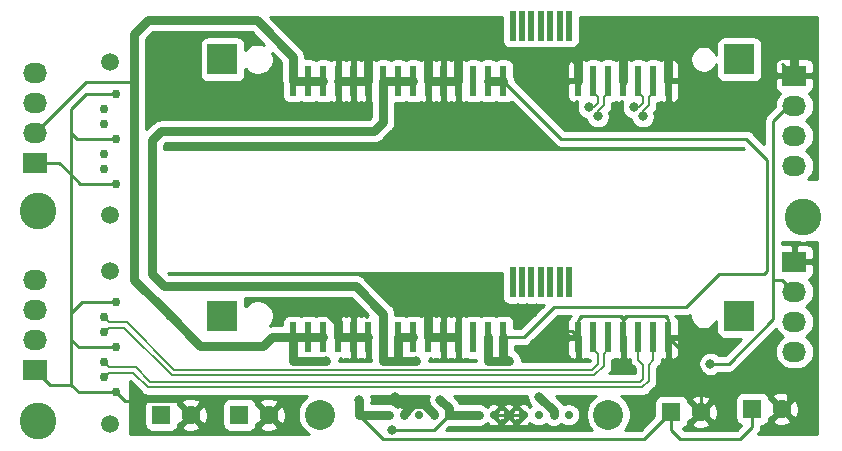
<source format=gbr>
%TF.GenerationSoftware,KiCad,Pcbnew,(5.1.10)-1*%
%TF.CreationDate,2021-07-16T07:11:48+08:00*%
%TF.ProjectId,2.5_SAS_Backend,322e355f-5341-4535-9f42-61636b656e64,rev?*%
%TF.SameCoordinates,Original*%
%TF.FileFunction,Copper,L2,Bot*%
%TF.FilePolarity,Positive*%
%FSLAX46Y46*%
G04 Gerber Fmt 4.6, Leading zero omitted, Abs format (unit mm)*
G04 Created by KiCad (PCBNEW (5.1.10)-1) date 2021-07-16 07:11:48*
%MOMM*%
%LPD*%
G01*
G04 APERTURE LIST*
%TA.AperFunction,SMDPad,CuDef*%
%ADD10R,2.600000X2.600000*%
%TD*%
%TA.AperFunction,SMDPad,CuDef*%
%ADD11R,0.600000X2.530000*%
%TD*%
%TA.AperFunction,SMDPad,CuDef*%
%ADD12R,0.500000X2.530000*%
%TD*%
%TA.AperFunction,ComponentPad*%
%ADD13C,1.600000*%
%TD*%
%TA.AperFunction,ComponentPad*%
%ADD14R,1.600000X1.600000*%
%TD*%
%TA.AperFunction,ComponentPad*%
%ADD15R,2.030000X1.730000*%
%TD*%
%TA.AperFunction,ComponentPad*%
%ADD16O,2.030000X1.730000*%
%TD*%
%TA.AperFunction,ComponentPad*%
%ADD17C,0.700000*%
%TD*%
%TA.AperFunction,WasherPad*%
%ADD18C,2.540000*%
%TD*%
%TA.AperFunction,WasherPad*%
%ADD19C,1.500000*%
%TD*%
%TA.AperFunction,ComponentPad*%
%ADD20C,0.750000*%
%TD*%
%TA.AperFunction,ViaPad*%
%ADD21C,3.100000*%
%TD*%
%TA.AperFunction,ViaPad*%
%ADD22C,0.800000*%
%TD*%
%TA.AperFunction,Conductor*%
%ADD23C,0.750000*%
%TD*%
%TA.AperFunction,Conductor*%
%ADD24C,0.250000*%
%TD*%
%TA.AperFunction,Conductor*%
%ADD25C,0.200000*%
%TD*%
%TA.AperFunction,Conductor*%
%ADD26C,0.254000*%
%TD*%
%TA.AperFunction,Conductor*%
%ADD27C,0.100000*%
%TD*%
G04 APERTURE END LIST*
D10*
%TO.P,U1,*%
%TO.N,*%
X93630000Y-34163000D03*
X49880000Y-34163000D03*
D11*
%TO.P,U1,1*%
%TO.N,GND*%
X87630000Y-35993000D03*
%TO.P,U1,2*%
%TO.N,/S1_TXD_P*%
X86360000Y-35993000D03*
%TO.P,U1,3*%
%TO.N,/S1_TXD_N*%
X85090000Y-35993000D03*
%TO.P,U1,4*%
%TO.N,GND*%
X83820000Y-35993000D03*
%TO.P,U1,5*%
%TO.N,/S1_RXD_N*%
X82550000Y-35993000D03*
%TO.P,U1,6*%
%TO.N,/S1_RXD_P*%
X81280000Y-35993000D03*
%TO.P,U1,7*%
%TO.N,GND*%
X80010000Y-35993000D03*
D12*
%TO.P,U1,8*%
%TO.N,N/C*%
X79235000Y-31323000D03*
%TO.P,U1,9*%
X78435000Y-31323000D03*
%TO.P,U1,10*%
X77635000Y-31323000D03*
%TO.P,U1,11*%
X76835000Y-31323000D03*
%TO.P,U1,12*%
X76035000Y-31323000D03*
%TO.P,U1,13*%
X75235000Y-31323000D03*
%TO.P,U1,14*%
X74435000Y-31323000D03*
D11*
%TO.P,U1,15*%
%TO.N,+3V3*%
X73660000Y-35993000D03*
%TO.P,U1,16*%
X72390000Y-35993000D03*
%TO.P,U1,17*%
%TO.N,N/C*%
X71120000Y-35993000D03*
%TO.P,U1,18*%
%TO.N,GND*%
X69850000Y-35993000D03*
%TO.P,U1,19*%
X68580000Y-35993000D03*
%TO.P,U1,20*%
X67310000Y-35993000D03*
%TO.P,U1,21*%
%TO.N,+5V*%
X66040000Y-35993000D03*
%TO.P,U1,22*%
X64770000Y-35993000D03*
%TO.P,U1,23*%
X63500000Y-35993000D03*
%TO.P,U1,24*%
%TO.N,GND*%
X62230000Y-35993000D03*
%TO.P,U1,25*%
X60960000Y-35993000D03*
%TO.P,U1,26*%
X59690000Y-35993000D03*
%TO.P,U1,27*%
%TO.N,+12V*%
X58420000Y-35993000D03*
%TO.P,U1,28*%
X57150000Y-35993000D03*
%TO.P,U1,29*%
X55880000Y-35993000D03*
%TD*%
D13*
%TO.P,C1,2*%
%TO.N,GND*%
X47204000Y-64262000D03*
D14*
%TO.P,C1,1*%
%TO.N,+5V*%
X44704000Y-64262000D03*
%TD*%
D15*
%TO.P,M4,1*%
%TO.N,GND*%
X34036000Y-60452000D03*
D16*
%TO.P,M4,2*%
%TO.N,+12V*%
X34036000Y-57912000D03*
%TO.P,M4,3*%
%TO.N,N/C*%
X34036000Y-55372000D03*
%TO.P,M4,4*%
X34036000Y-52832000D03*
%TD*%
D15*
%TO.P,M3,1*%
%TO.N,GND*%
X34036000Y-42926000D03*
D16*
%TO.P,M3,2*%
%TO.N,+12V*%
X34036000Y-40386000D03*
%TO.P,M3,3*%
%TO.N,N/C*%
X34036000Y-37846000D03*
%TO.P,M3,4*%
X34036000Y-35306000D03*
%TD*%
D15*
%TO.P,M2,1*%
%TO.N,GND*%
X98298000Y-35560000D03*
D16*
%TO.P,M2,2*%
%TO.N,+5V*%
X98298000Y-38100000D03*
%TO.P,M2,3*%
%TO.N,N/C*%
X98298000Y-40640000D03*
%TO.P,M2,4*%
X98298000Y-43180000D03*
%TD*%
D15*
%TO.P,M1,1*%
%TO.N,GND*%
X98298000Y-51308000D03*
D16*
%TO.P,M1,2*%
%TO.N,+5V*%
X98298000Y-53848000D03*
%TO.P,M1,3*%
%TO.N,N/C*%
X98298000Y-56388000D03*
%TO.P,M1,4*%
X98298000Y-58928000D03*
%TD*%
D13*
%TO.P,C4,2*%
%TO.N,GND*%
X97242000Y-63754000D03*
D14*
%TO.P,C4,1*%
%TO.N,+12V*%
X94742000Y-63754000D03*
%TD*%
D13*
%TO.P,C3,2*%
%TO.N,GND*%
X90384000Y-64008000D03*
D14*
%TO.P,C3,1*%
%TO.N,+12V*%
X87884000Y-64008000D03*
%TD*%
D13*
%TO.P,C2,2*%
%TO.N,GND*%
X53808000Y-64262000D03*
D14*
%TO.P,C2,1*%
%TO.N,+5V*%
X51308000Y-64262000D03*
%TD*%
D17*
%TO.P,U2,14*%
%TO.N,+12V*%
X62680000Y-64262000D03*
%TO.P,U2,13*%
X63950000Y-64262000D03*
%TO.P,U2,15*%
X61410000Y-64262000D03*
%TO.P,U2,10*%
%TO.N,GND*%
X67760000Y-64262000D03*
%TO.P,U2,12*%
X65220000Y-64262000D03*
%TO.P,U2,11*%
%TO.N,N/C*%
X66490000Y-64262000D03*
%TO.P,U2,9*%
%TO.N,+5V*%
X69030000Y-64262000D03*
%TO.P,U2,8*%
X70300000Y-64262000D03*
%TO.P,U2,7*%
X71570000Y-64262000D03*
%TO.P,U2,6*%
%TO.N,GND*%
X72840000Y-64262000D03*
%TO.P,U2,5*%
X74110000Y-64262000D03*
%TO.P,U2,4*%
X75380000Y-64262000D03*
%TO.P,U2,3*%
%TO.N,N/C*%
X76650000Y-64262000D03*
%TO.P,U2,2*%
%TO.N,+3V3*%
X77920000Y-64262000D03*
%TO.P,U2,1*%
X79190000Y-64262000D03*
D18*
%TO.P,U2,*%
%TO.N,*%
X58140600Y-64262000D03*
X82550000Y-64262000D03*
%TD*%
D19*
%TO.P,U5,*%
%TO.N,*%
X40386000Y-52084000D03*
X40386000Y-65024000D03*
D20*
%TO.P,U5,7*%
%TO.N,GND*%
X40886000Y-54744000D03*
%TO.P,U5,6*%
%TO.N,/S2_RXD_P*%
X39886000Y-56014000D03*
%TO.P,U5,5*%
%TO.N,/S2_RXD_N*%
X39886000Y-57284000D03*
%TO.P,U5,4*%
%TO.N,GND*%
X40886000Y-58554000D03*
%TO.P,U5,3*%
%TO.N,/S2_TXD_N*%
X39886000Y-59824000D03*
%TO.P,U5,2*%
%TO.N,/S2_TXD_P*%
X39886000Y-61094000D03*
%TO.P,U5,1*%
%TO.N,GND*%
X40886000Y-62364000D03*
%TD*%
D19*
%TO.P,U3,*%
%TO.N,*%
X40386000Y-34424000D03*
X40386000Y-47364000D03*
D20*
%TO.P,U3,7*%
%TO.N,GND*%
X40886000Y-37084000D03*
%TO.P,U3,6*%
%TO.N,/S1_RXD_P*%
X39886000Y-38354000D03*
%TO.P,U3,5*%
%TO.N,/S1_RXD_N*%
X39886000Y-39624000D03*
%TO.P,U3,4*%
%TO.N,GND*%
X40886000Y-40894000D03*
%TO.P,U3,3*%
%TO.N,/S1_TXD_N*%
X39886000Y-42164000D03*
%TO.P,U3,2*%
%TO.N,/S1_TXD_P*%
X39886000Y-43434000D03*
%TO.P,U3,1*%
%TO.N,GND*%
X40886000Y-44704000D03*
%TD*%
D10*
%TO.P,U4,*%
%TO.N,*%
X93630000Y-55880000D03*
X49880000Y-55880000D03*
D11*
%TO.P,U4,1*%
%TO.N,GND*%
X87630000Y-57710000D03*
%TO.P,U4,2*%
%TO.N,/S2_TXD_P*%
X86360000Y-57710000D03*
%TO.P,U4,3*%
%TO.N,/S2_TXD_N*%
X85090000Y-57710000D03*
%TO.P,U4,4*%
%TO.N,GND*%
X83820000Y-57710000D03*
%TO.P,U4,5*%
%TO.N,/S2_RXD_N*%
X82550000Y-57710000D03*
%TO.P,U4,6*%
%TO.N,/S2_RXD_P*%
X81280000Y-57710000D03*
%TO.P,U4,7*%
%TO.N,GND*%
X80010000Y-57710000D03*
D12*
%TO.P,U4,8*%
%TO.N,N/C*%
X79235000Y-53040000D03*
%TO.P,U4,9*%
X78435000Y-53040000D03*
%TO.P,U4,10*%
X77635000Y-53040000D03*
%TO.P,U4,11*%
X76835000Y-53040000D03*
%TO.P,U4,12*%
X76035000Y-53040000D03*
%TO.P,U4,13*%
X75235000Y-53040000D03*
%TO.P,U4,14*%
X74435000Y-53040000D03*
D11*
%TO.P,U4,15*%
%TO.N,+3V3*%
X73660000Y-57710000D03*
%TO.P,U4,16*%
X72390000Y-57710000D03*
%TO.P,U4,17*%
%TO.N,N/C*%
X71120000Y-57710000D03*
%TO.P,U4,18*%
%TO.N,GND*%
X69850000Y-57710000D03*
%TO.P,U4,19*%
X68580000Y-57710000D03*
%TO.P,U4,20*%
X67310000Y-57710000D03*
%TO.P,U4,21*%
%TO.N,+5V*%
X66040000Y-57710000D03*
%TO.P,U4,22*%
X64770000Y-57710000D03*
%TO.P,U4,23*%
X63500000Y-57710000D03*
%TO.P,U4,24*%
%TO.N,GND*%
X62230000Y-57710000D03*
%TO.P,U4,25*%
X60960000Y-57710000D03*
%TO.P,U4,26*%
X59690000Y-57710000D03*
%TO.P,U4,27*%
%TO.N,+12V*%
X58420000Y-57710000D03*
%TO.P,U4,28*%
X57150000Y-57710000D03*
%TO.P,U4,29*%
X55880000Y-57710000D03*
%TD*%
D21*
%TO.N,*%
X34290000Y-46990000D03*
X99060000Y-47498000D03*
X34290000Y-64770000D03*
D22*
%TO.N,+12V*%
X61468000Y-62992000D03*
X58674000Y-59690000D03*
%TO.N,GND*%
X58420000Y-55118000D03*
X65532000Y-53848000D03*
X76200000Y-55626000D03*
X77724000Y-57150000D03*
X64516000Y-62738000D03*
%TO.N,+5V*%
X68326000Y-62992000D03*
X66294000Y-59690000D03*
X64262000Y-65532000D03*
X91186000Y-59944000D03*
%TO.N,+3V3*%
X76708000Y-62738000D03*
X74168000Y-59690000D03*
%TO.N,/S1_TXD_P*%
X85461232Y-38979232D03*
%TO.N,/S1_TXD_N*%
X84718768Y-38236768D03*
%TO.N,/S1_RXD_N*%
X81651232Y-38979232D03*
%TO.N,/S1_RXD_P*%
X80908768Y-38236768D03*
%TD*%
D23*
%TO.N,+12V*%
X61410000Y-64262000D02*
X62680000Y-64262000D01*
X62680000Y-64262000D02*
X63950000Y-64262000D01*
X61410000Y-63050000D02*
X61468000Y-62992000D01*
X61410000Y-64262000D02*
X61410000Y-63050000D01*
X55880000Y-59690000D02*
X55880000Y-57710000D01*
X58674000Y-59690000D02*
X55880000Y-59690000D01*
X55880000Y-57710000D02*
X57150000Y-57710000D01*
X57150000Y-57710000D02*
X58420000Y-57710000D01*
D24*
X61410000Y-64262000D02*
X63442000Y-66294000D01*
X85598000Y-66294000D02*
X87884000Y-64008000D01*
X63442000Y-66294000D02*
X85598000Y-66294000D01*
X87884000Y-64008000D02*
X87884000Y-65532000D01*
X87884000Y-65532000D02*
X88646000Y-66294000D01*
X88646000Y-66294000D02*
X93726000Y-66294000D01*
X94742000Y-65278000D02*
X94742000Y-63754000D01*
X93726000Y-66294000D02*
X94742000Y-65278000D01*
D23*
X55880000Y-57710000D02*
X54050000Y-57710000D01*
X54050000Y-57710000D02*
X53340000Y-58420000D01*
D24*
X33782000Y-57912000D02*
X34036000Y-57912000D01*
D23*
X55880000Y-35993000D02*
X57150000Y-35993000D01*
X57150000Y-35993000D02*
X58420000Y-35993000D01*
X55880000Y-33978000D02*
X55880000Y-35993000D01*
X43561000Y-30861000D02*
X52763000Y-30861000D01*
X52763000Y-30861000D02*
X55880000Y-33978000D01*
X42418000Y-32004000D02*
X43561000Y-30861000D01*
D24*
X42164000Y-36068000D02*
X42418000Y-36322000D01*
X38354000Y-36068000D02*
X42164000Y-36068000D01*
X34036000Y-40386000D02*
X38354000Y-36068000D01*
X33782000Y-40386000D02*
X34036000Y-40386000D01*
D23*
X42418000Y-36322000D02*
X42418000Y-32004000D01*
X42418000Y-52832000D02*
X42418000Y-36322000D01*
X48006000Y-58420000D02*
X45085000Y-55499000D01*
X53340000Y-58420000D02*
X48006000Y-58420000D01*
X45085000Y-55499000D02*
X42418000Y-52832000D01*
X45468808Y-55882808D02*
X45085000Y-55499000D01*
D24*
%TO.N,GND*%
X80010000Y-56195000D02*
X80325000Y-55880000D01*
X80010000Y-57710000D02*
X80010000Y-56195000D01*
X83505000Y-55880000D02*
X83820000Y-56195000D01*
X80325000Y-55880000D02*
X83505000Y-55880000D01*
X83820000Y-56195000D02*
X83820000Y-57710000D01*
X83820000Y-56195000D02*
X84135000Y-55880000D01*
X87630000Y-56195000D02*
X87630000Y-57710000D01*
X87315000Y-55880000D02*
X87630000Y-56195000D01*
X84135000Y-55880000D02*
X87315000Y-55880000D01*
X72840000Y-64262000D02*
X74110000Y-64262000D01*
X74110000Y-64262000D02*
X75380000Y-64262000D01*
X90384000Y-60464000D02*
X87630000Y-57710000D01*
X90384000Y-64008000D02*
X90384000Y-60464000D01*
X97790000Y-63206000D02*
X97242000Y-63754000D01*
X97790000Y-60960000D02*
X97790000Y-63206000D01*
X91440000Y-60960000D02*
X97790000Y-60960000D01*
X90384000Y-62016000D02*
X91440000Y-60960000D01*
X90384000Y-64008000D02*
X90384000Y-62016000D01*
D23*
X59690000Y-57710000D02*
X60960000Y-57710000D01*
X60960000Y-57710000D02*
X62230000Y-57710000D01*
X67310000Y-57710000D02*
X68580000Y-57710000D01*
X68580000Y-57710000D02*
X69544000Y-57710000D01*
D24*
X69544000Y-57710000D02*
X69850000Y-57710000D01*
X97282000Y-34544000D02*
X98298000Y-35560000D01*
D23*
X59690000Y-56388000D02*
X58420000Y-55118000D01*
X59690000Y-57710000D02*
X59690000Y-56388000D01*
X67310000Y-57710000D02*
X67310000Y-55626000D01*
X67310000Y-55626000D02*
X65532000Y-53848000D01*
D24*
X37084000Y-40640000D02*
X37084000Y-43942000D01*
X37084000Y-43942000D02*
X37084000Y-53340000D01*
X37084000Y-57912000D02*
X37084000Y-61722000D01*
X52284000Y-62738000D02*
X53808000Y-64262000D01*
X48728000Y-62738000D02*
X52284000Y-62738000D01*
X47204000Y-64262000D02*
X48728000Y-62738000D01*
X67310000Y-55626000D02*
X76200000Y-55626000D01*
X79450000Y-57150000D02*
X80010000Y-57710000D01*
X77724000Y-57150000D02*
X79450000Y-57150000D01*
X72840000Y-64262000D02*
X72840000Y-64574000D01*
D23*
X67760000Y-64162998D02*
X67760000Y-64262000D01*
X66934001Y-63336999D02*
X67760000Y-64162998D01*
X66045999Y-63336999D02*
X66934001Y-63336999D01*
X65220000Y-64162998D02*
X66045999Y-63336999D01*
X65220000Y-64262000D02*
X65220000Y-64162998D01*
X65114999Y-63336999D02*
X64516000Y-62738000D01*
X66045999Y-63336999D02*
X65114999Y-63336999D01*
X59690000Y-35993000D02*
X60960000Y-35993000D01*
X60960000Y-35993000D02*
X62230000Y-35993000D01*
X67310000Y-35993000D02*
X68580000Y-35993000D01*
X68580000Y-35993000D02*
X69850000Y-35993000D01*
X62230000Y-35993000D02*
X62230000Y-33655000D01*
X62230000Y-33655000D02*
X62865000Y-33020000D01*
X67310000Y-33978000D02*
X67310000Y-35993000D01*
X66352000Y-33020000D02*
X67310000Y-33978000D01*
X62865000Y-33020000D02*
X66352000Y-33020000D01*
X69850000Y-35993000D02*
X69850000Y-34036000D01*
X69850000Y-34036000D02*
X70231000Y-33655000D01*
X70231000Y-33655000D02*
X79248000Y-33655000D01*
X80010000Y-34417000D02*
X80010000Y-35993000D01*
X79248000Y-33655000D02*
X80010000Y-34417000D01*
X80010000Y-33978000D02*
X80206000Y-33782000D01*
X80010000Y-35993000D02*
X80010000Y-33978000D01*
X83820000Y-33978000D02*
X83820000Y-35993000D01*
X83624000Y-33782000D02*
X83820000Y-33978000D01*
X80206000Y-33782000D02*
X83624000Y-33782000D01*
X83624000Y-33782000D02*
X87757000Y-33782000D01*
X87757000Y-33782000D02*
X87757000Y-33655000D01*
X87757000Y-33655000D02*
X90297000Y-31115000D01*
X90297000Y-31115000D02*
X96520000Y-31115000D01*
X98298000Y-32893000D02*
X98298000Y-35560000D01*
X96520000Y-31115000D02*
X98298000Y-32893000D01*
D24*
X37726000Y-58554000D02*
X37084000Y-57912000D01*
X40886000Y-58554000D02*
X37726000Y-58554000D01*
X37726000Y-62364000D02*
X37084000Y-61722000D01*
X40886000Y-62364000D02*
X37726000Y-62364000D01*
X37966000Y-54744000D02*
X37084000Y-55626000D01*
X40886000Y-54744000D02*
X37966000Y-54744000D01*
X37084000Y-55626000D02*
X37084000Y-57912000D01*
X37084000Y-53340000D02*
X37084000Y-55626000D01*
X46078999Y-63136999D02*
X47204000Y-64262000D01*
X41658999Y-63136999D02*
X46078999Y-63136999D01*
X40886000Y-62364000D02*
X41658999Y-63136999D01*
X37846000Y-44704000D02*
X36957000Y-43815000D01*
X40886000Y-44704000D02*
X37846000Y-44704000D01*
X36957000Y-43815000D02*
X37084000Y-43942000D01*
X37592000Y-40894000D02*
X37084000Y-40386000D01*
X40886000Y-40894000D02*
X37592000Y-40894000D01*
X37084000Y-40386000D02*
X37084000Y-40640000D01*
X37084000Y-38354000D02*
X37084000Y-40386000D01*
X38354000Y-37084000D02*
X37084000Y-38354000D01*
X40886000Y-37084000D02*
X38354000Y-37084000D01*
X35306000Y-61722000D02*
X34036000Y-60452000D01*
X37084000Y-61722000D02*
X35306000Y-61722000D01*
X36068000Y-42926000D02*
X36957000Y-43815000D01*
X34036000Y-42926000D02*
X36068000Y-42926000D01*
D23*
X87630000Y-33782000D02*
X87757000Y-33655000D01*
X87630000Y-35993000D02*
X87630000Y-33782000D01*
%TO.N,+5V*%
X69030000Y-64262000D02*
X70300000Y-64262000D01*
X70300000Y-64262000D02*
X71570000Y-64262000D01*
X69030000Y-63696000D02*
X68326000Y-62992000D01*
X69030000Y-64262000D02*
X69030000Y-63696000D01*
X63500000Y-57710000D02*
X63500000Y-59690000D01*
X64770000Y-59690000D02*
X64770000Y-57710000D01*
X66294000Y-59690000D02*
X64770000Y-59690000D01*
X64770000Y-59690000D02*
X63500000Y-59690000D01*
X64770000Y-57710000D02*
X66040000Y-57710000D01*
D24*
X69030000Y-64262000D02*
X67760000Y-65532000D01*
X67760000Y-65532000D02*
X64262000Y-65532000D01*
X98298000Y-38100000D02*
X97790000Y-38100000D01*
X97790000Y-38100000D02*
X96520000Y-39370000D01*
X96520000Y-39370000D02*
X96520000Y-52832000D01*
X97282000Y-52832000D02*
X98298000Y-53848000D01*
X96520000Y-52832000D02*
X97282000Y-52832000D01*
X96520000Y-56175002D02*
X92751002Y-59944000D01*
X96520000Y-52832000D02*
X96520000Y-56175002D01*
X92751002Y-59944000D02*
X91186000Y-59944000D01*
D23*
X63500000Y-35993000D02*
X64770000Y-35993000D01*
X64770000Y-35993000D02*
X66040000Y-35993000D01*
X63500000Y-39497000D02*
X63500000Y-35993000D01*
X62738000Y-40259000D02*
X63500000Y-39497000D01*
X43942000Y-52324000D02*
X43942000Y-41021000D01*
X44958000Y-53340000D02*
X43942000Y-52324000D01*
X44704000Y-40259000D02*
X62738000Y-40259000D01*
X61145000Y-53340000D02*
X44958000Y-53340000D01*
X43942000Y-41021000D02*
X44704000Y-40259000D01*
X63500000Y-55695000D02*
X61145000Y-53340000D01*
X63500000Y-57710000D02*
X63500000Y-55695000D01*
%TO.N,+3V3*%
X77920000Y-63950000D02*
X76708000Y-62738000D01*
X77920000Y-64262000D02*
X77920000Y-63950000D01*
X72390000Y-59690000D02*
X72390000Y-57710000D01*
X73660000Y-59690000D02*
X73660000Y-57710000D01*
X74168000Y-59690000D02*
X73660000Y-59690000D01*
X73660000Y-59690000D02*
X72390000Y-59690000D01*
X73660000Y-57710000D02*
X73660000Y-57658000D01*
X72390000Y-35993000D02*
X73660000Y-35993000D01*
D24*
X78561000Y-40894000D02*
X73660000Y-35993000D01*
X96012000Y-52070000D02*
X96012000Y-42672000D01*
X95758000Y-52324000D02*
X96012000Y-52070000D01*
X91948000Y-52324000D02*
X95758000Y-52324000D01*
X77978000Y-55118000D02*
X89154000Y-55118000D01*
X96012000Y-42672000D02*
X94234000Y-40894000D01*
X75386000Y-57710000D02*
X77978000Y-55118000D01*
X94234000Y-40894000D02*
X78561000Y-40894000D01*
X89154000Y-55118000D02*
X91948000Y-52324000D01*
X73660000Y-57710000D02*
X75386000Y-57710000D01*
D25*
%TO.N,/S1_TXD_P*%
X85461232Y-38554967D02*
X85461232Y-38979232D01*
X85950000Y-37368000D02*
X85950000Y-38066199D01*
X86360000Y-36958000D02*
X85950000Y-37368000D01*
X85950000Y-38066199D02*
X85461232Y-38554967D01*
X86360000Y-35993000D02*
X86360000Y-36958000D01*
%TO.N,/S1_TXD_N*%
X85143033Y-38236768D02*
X84718768Y-38236768D01*
X85500000Y-37879801D02*
X85143033Y-38236768D01*
X85500000Y-37368000D02*
X85500000Y-37879801D01*
X85090000Y-36958000D02*
X85500000Y-37368000D01*
X85090000Y-35993000D02*
X85090000Y-36958000D01*
%TO.N,/S1_RXD_N*%
X81651232Y-38554967D02*
X81651232Y-38979232D01*
X82140000Y-38066199D02*
X81651232Y-38554967D01*
X82550000Y-35993000D02*
X82550000Y-36958000D01*
X82140000Y-37368000D02*
X82140000Y-38066199D01*
X82550000Y-36958000D02*
X82140000Y-37368000D01*
%TO.N,/S1_RXD_P*%
X81333033Y-38236768D02*
X80908768Y-38236768D01*
X81690000Y-37879801D02*
X81333033Y-38236768D01*
X81280000Y-36958000D02*
X81690000Y-37368000D01*
X81280000Y-35993000D02*
X81280000Y-36958000D01*
X81690000Y-37368000D02*
X81690000Y-37879801D01*
%TO.N,/S2_TXD_P*%
X85950000Y-60017501D02*
X85950000Y-61434200D01*
X86360000Y-57710000D02*
X86360000Y-59607501D01*
X43594800Y-61947000D02*
X42331800Y-60684000D01*
X86360000Y-59607501D02*
X85950000Y-60017501D01*
X85950000Y-61434200D02*
X85437200Y-61947000D01*
X42331800Y-60684000D02*
X40296000Y-60684000D01*
X85437200Y-61947000D02*
X43594800Y-61947000D01*
X40296000Y-60684000D02*
X39886000Y-61094000D01*
%TO.N,/S2_TXD_N*%
X40296000Y-60234000D02*
X39886000Y-59824000D01*
X42518200Y-60234000D02*
X40296000Y-60234000D01*
X43781200Y-61497000D02*
X42518200Y-60234000D01*
X85500000Y-60017501D02*
X85500000Y-61247800D01*
X85090000Y-57710000D02*
X85090000Y-59607501D01*
X85250800Y-61497000D02*
X43781200Y-61497000D01*
X85090000Y-59607501D02*
X85500000Y-60017501D01*
X85500000Y-61247800D02*
X85250800Y-61497000D01*
%TO.N,/S2_RXD_N*%
X40296000Y-56874000D02*
X39886000Y-57284000D01*
X41569800Y-56874000D02*
X40296000Y-56874000D01*
X45626800Y-60931000D02*
X41569800Y-56874000D01*
X82140000Y-59085000D02*
X82140000Y-60164200D01*
X81373200Y-60931000D02*
X45626800Y-60931000D01*
X82550000Y-57710000D02*
X82550000Y-58675000D01*
X82550000Y-58675000D02*
X82140000Y-59085000D01*
X82140000Y-60164200D02*
X81373200Y-60931000D01*
%TO.N,/S2_RXD_P*%
X81280000Y-57710000D02*
X81280000Y-58675000D01*
X40296000Y-56424000D02*
X39886000Y-56014000D01*
X81690000Y-59085000D02*
X81690000Y-59977800D01*
X81186800Y-60481000D02*
X45813200Y-60481000D01*
X81690000Y-59977800D02*
X81186800Y-60481000D01*
X45813200Y-60481000D02*
X41756200Y-56424000D01*
X41756200Y-56424000D02*
X40296000Y-56424000D01*
X81280000Y-58675000D02*
X81690000Y-59085000D01*
%TD*%
D26*
%TO.N,GND*%
X43049546Y-62441193D02*
X43072562Y-62469238D01*
X43100606Y-62492253D01*
X43184480Y-62561087D01*
X43312166Y-62629337D01*
X43450715Y-62671365D01*
X43594800Y-62685556D01*
X43630905Y-62682000D01*
X57076328Y-62682000D01*
X56926234Y-62782290D01*
X56660890Y-63047634D01*
X56452411Y-63359644D01*
X56308809Y-63706332D01*
X56235600Y-64074374D01*
X56235600Y-64449626D01*
X56308809Y-64817668D01*
X56452411Y-65164356D01*
X56660890Y-65476366D01*
X56926234Y-65741710D01*
X57182587Y-65913000D01*
X42037000Y-65913000D01*
X42037000Y-63462000D01*
X43265928Y-63462000D01*
X43265928Y-65062000D01*
X43278188Y-65186482D01*
X43314498Y-65306180D01*
X43373463Y-65416494D01*
X43452815Y-65513185D01*
X43549506Y-65592537D01*
X43659820Y-65651502D01*
X43779518Y-65687812D01*
X43904000Y-65700072D01*
X45504000Y-65700072D01*
X45628482Y-65687812D01*
X45748180Y-65651502D01*
X45858494Y-65592537D01*
X45955185Y-65513185D01*
X46034537Y-65416494D01*
X46093502Y-65306180D01*
X46109117Y-65254702D01*
X46390903Y-65254702D01*
X46462486Y-65498671D01*
X46717996Y-65619571D01*
X46992184Y-65688300D01*
X47274512Y-65702217D01*
X47554130Y-65660787D01*
X47820292Y-65565603D01*
X47945514Y-65498671D01*
X48017097Y-65254702D01*
X47204000Y-64441605D01*
X46390903Y-65254702D01*
X46109117Y-65254702D01*
X46129812Y-65186482D01*
X46142072Y-65062000D01*
X46142072Y-65054785D01*
X46211298Y-65075097D01*
X47024395Y-64262000D01*
X47383605Y-64262000D01*
X48196702Y-65075097D01*
X48440671Y-65003514D01*
X48561571Y-64748004D01*
X48630300Y-64473816D01*
X48644217Y-64191488D01*
X48602787Y-63911870D01*
X48507603Y-63645708D01*
X48440671Y-63520486D01*
X48241340Y-63462000D01*
X49869928Y-63462000D01*
X49869928Y-65062000D01*
X49882188Y-65186482D01*
X49918498Y-65306180D01*
X49977463Y-65416494D01*
X50056815Y-65513185D01*
X50153506Y-65592537D01*
X50263820Y-65651502D01*
X50383518Y-65687812D01*
X50508000Y-65700072D01*
X52108000Y-65700072D01*
X52232482Y-65687812D01*
X52352180Y-65651502D01*
X52462494Y-65592537D01*
X52559185Y-65513185D01*
X52638537Y-65416494D01*
X52697502Y-65306180D01*
X52713117Y-65254702D01*
X52994903Y-65254702D01*
X53066486Y-65498671D01*
X53321996Y-65619571D01*
X53596184Y-65688300D01*
X53878512Y-65702217D01*
X54158130Y-65660787D01*
X54424292Y-65565603D01*
X54549514Y-65498671D01*
X54621097Y-65254702D01*
X53808000Y-64441605D01*
X52994903Y-65254702D01*
X52713117Y-65254702D01*
X52733812Y-65186482D01*
X52746072Y-65062000D01*
X52746072Y-65054785D01*
X52815298Y-65075097D01*
X53628395Y-64262000D01*
X53987605Y-64262000D01*
X54800702Y-65075097D01*
X55044671Y-65003514D01*
X55165571Y-64748004D01*
X55234300Y-64473816D01*
X55248217Y-64191488D01*
X55206787Y-63911870D01*
X55111603Y-63645708D01*
X55044671Y-63520486D01*
X54800702Y-63448903D01*
X53987605Y-64262000D01*
X53628395Y-64262000D01*
X52815298Y-63448903D01*
X52746072Y-63469215D01*
X52746072Y-63462000D01*
X52733812Y-63337518D01*
X52713118Y-63269298D01*
X52994903Y-63269298D01*
X53808000Y-64082395D01*
X54621097Y-63269298D01*
X54549514Y-63025329D01*
X54294004Y-62904429D01*
X54019816Y-62835700D01*
X53737488Y-62821783D01*
X53457870Y-62863213D01*
X53191708Y-62958397D01*
X53066486Y-63025329D01*
X52994903Y-63269298D01*
X52713118Y-63269298D01*
X52697502Y-63217820D01*
X52638537Y-63107506D01*
X52559185Y-63010815D01*
X52462494Y-62931463D01*
X52352180Y-62872498D01*
X52232482Y-62836188D01*
X52108000Y-62823928D01*
X50508000Y-62823928D01*
X50383518Y-62836188D01*
X50263820Y-62872498D01*
X50153506Y-62931463D01*
X50056815Y-63010815D01*
X49977463Y-63107506D01*
X49918498Y-63217820D01*
X49882188Y-63337518D01*
X49869928Y-63462000D01*
X48241340Y-63462000D01*
X48196702Y-63448903D01*
X47383605Y-64262000D01*
X47024395Y-64262000D01*
X46211298Y-63448903D01*
X46142072Y-63469215D01*
X46142072Y-63462000D01*
X46129812Y-63337518D01*
X46109118Y-63269298D01*
X46390903Y-63269298D01*
X47204000Y-64082395D01*
X48017097Y-63269298D01*
X47945514Y-63025329D01*
X47690004Y-62904429D01*
X47415816Y-62835700D01*
X47133488Y-62821783D01*
X46853870Y-62863213D01*
X46587708Y-62958397D01*
X46462486Y-63025329D01*
X46390903Y-63269298D01*
X46109118Y-63269298D01*
X46093502Y-63217820D01*
X46034537Y-63107506D01*
X45955185Y-63010815D01*
X45858494Y-62931463D01*
X45748180Y-62872498D01*
X45628482Y-62836188D01*
X45504000Y-62823928D01*
X43904000Y-62823928D01*
X43779518Y-62836188D01*
X43659820Y-62872498D01*
X43549506Y-62931463D01*
X43452815Y-63010815D01*
X43373463Y-63107506D01*
X43314498Y-63217820D01*
X43278188Y-63337518D01*
X43265928Y-63462000D01*
X42037000Y-63462000D01*
X42037000Y-61428646D01*
X43049546Y-62441193D01*
%TA.AperFunction,Conductor*%
D27*
G36*
X43049546Y-62441193D02*
G01*
X43072562Y-62469238D01*
X43100606Y-62492253D01*
X43184480Y-62561087D01*
X43312166Y-62629337D01*
X43450715Y-62671365D01*
X43594800Y-62685556D01*
X43630905Y-62682000D01*
X57076328Y-62682000D01*
X56926234Y-62782290D01*
X56660890Y-63047634D01*
X56452411Y-63359644D01*
X56308809Y-63706332D01*
X56235600Y-64074374D01*
X56235600Y-64449626D01*
X56308809Y-64817668D01*
X56452411Y-65164356D01*
X56660890Y-65476366D01*
X56926234Y-65741710D01*
X57182587Y-65913000D01*
X42037000Y-65913000D01*
X42037000Y-63462000D01*
X43265928Y-63462000D01*
X43265928Y-65062000D01*
X43278188Y-65186482D01*
X43314498Y-65306180D01*
X43373463Y-65416494D01*
X43452815Y-65513185D01*
X43549506Y-65592537D01*
X43659820Y-65651502D01*
X43779518Y-65687812D01*
X43904000Y-65700072D01*
X45504000Y-65700072D01*
X45628482Y-65687812D01*
X45748180Y-65651502D01*
X45858494Y-65592537D01*
X45955185Y-65513185D01*
X46034537Y-65416494D01*
X46093502Y-65306180D01*
X46109117Y-65254702D01*
X46390903Y-65254702D01*
X46462486Y-65498671D01*
X46717996Y-65619571D01*
X46992184Y-65688300D01*
X47274512Y-65702217D01*
X47554130Y-65660787D01*
X47820292Y-65565603D01*
X47945514Y-65498671D01*
X48017097Y-65254702D01*
X47204000Y-64441605D01*
X46390903Y-65254702D01*
X46109117Y-65254702D01*
X46129812Y-65186482D01*
X46142072Y-65062000D01*
X46142072Y-65054785D01*
X46211298Y-65075097D01*
X47024395Y-64262000D01*
X47383605Y-64262000D01*
X48196702Y-65075097D01*
X48440671Y-65003514D01*
X48561571Y-64748004D01*
X48630300Y-64473816D01*
X48644217Y-64191488D01*
X48602787Y-63911870D01*
X48507603Y-63645708D01*
X48440671Y-63520486D01*
X48241340Y-63462000D01*
X49869928Y-63462000D01*
X49869928Y-65062000D01*
X49882188Y-65186482D01*
X49918498Y-65306180D01*
X49977463Y-65416494D01*
X50056815Y-65513185D01*
X50153506Y-65592537D01*
X50263820Y-65651502D01*
X50383518Y-65687812D01*
X50508000Y-65700072D01*
X52108000Y-65700072D01*
X52232482Y-65687812D01*
X52352180Y-65651502D01*
X52462494Y-65592537D01*
X52559185Y-65513185D01*
X52638537Y-65416494D01*
X52697502Y-65306180D01*
X52713117Y-65254702D01*
X52994903Y-65254702D01*
X53066486Y-65498671D01*
X53321996Y-65619571D01*
X53596184Y-65688300D01*
X53878512Y-65702217D01*
X54158130Y-65660787D01*
X54424292Y-65565603D01*
X54549514Y-65498671D01*
X54621097Y-65254702D01*
X53808000Y-64441605D01*
X52994903Y-65254702D01*
X52713117Y-65254702D01*
X52733812Y-65186482D01*
X52746072Y-65062000D01*
X52746072Y-65054785D01*
X52815298Y-65075097D01*
X53628395Y-64262000D01*
X53987605Y-64262000D01*
X54800702Y-65075097D01*
X55044671Y-65003514D01*
X55165571Y-64748004D01*
X55234300Y-64473816D01*
X55248217Y-64191488D01*
X55206787Y-63911870D01*
X55111603Y-63645708D01*
X55044671Y-63520486D01*
X54800702Y-63448903D01*
X53987605Y-64262000D01*
X53628395Y-64262000D01*
X52815298Y-63448903D01*
X52746072Y-63469215D01*
X52746072Y-63462000D01*
X52733812Y-63337518D01*
X52713118Y-63269298D01*
X52994903Y-63269298D01*
X53808000Y-64082395D01*
X54621097Y-63269298D01*
X54549514Y-63025329D01*
X54294004Y-62904429D01*
X54019816Y-62835700D01*
X53737488Y-62821783D01*
X53457870Y-62863213D01*
X53191708Y-62958397D01*
X53066486Y-63025329D01*
X52994903Y-63269298D01*
X52713118Y-63269298D01*
X52697502Y-63217820D01*
X52638537Y-63107506D01*
X52559185Y-63010815D01*
X52462494Y-62931463D01*
X52352180Y-62872498D01*
X52232482Y-62836188D01*
X52108000Y-62823928D01*
X50508000Y-62823928D01*
X50383518Y-62836188D01*
X50263820Y-62872498D01*
X50153506Y-62931463D01*
X50056815Y-63010815D01*
X49977463Y-63107506D01*
X49918498Y-63217820D01*
X49882188Y-63337518D01*
X49869928Y-63462000D01*
X48241340Y-63462000D01*
X48196702Y-63448903D01*
X47383605Y-64262000D01*
X47024395Y-64262000D01*
X46211298Y-63448903D01*
X46142072Y-63469215D01*
X46142072Y-63462000D01*
X46129812Y-63337518D01*
X46109118Y-63269298D01*
X46390903Y-63269298D01*
X47204000Y-64082395D01*
X48017097Y-63269298D01*
X47945514Y-63025329D01*
X47690004Y-62904429D01*
X47415816Y-62835700D01*
X47133488Y-62821783D01*
X46853870Y-62863213D01*
X46587708Y-62958397D01*
X46462486Y-63025329D01*
X46390903Y-63269298D01*
X46109118Y-63269298D01*
X46093502Y-63217820D01*
X46034537Y-63107506D01*
X45955185Y-63010815D01*
X45858494Y-62931463D01*
X45748180Y-62872498D01*
X45628482Y-62836188D01*
X45504000Y-62823928D01*
X43904000Y-62823928D01*
X43779518Y-62836188D01*
X43659820Y-62872498D01*
X43549506Y-62931463D01*
X43452815Y-63010815D01*
X43373463Y-63107506D01*
X43314498Y-63217820D01*
X43278188Y-63337518D01*
X43265928Y-63462000D01*
X42037000Y-63462000D01*
X42037000Y-61428646D01*
X43049546Y-62441193D01*
G37*
%TD.AperFunction*%
D26*
X98844796Y-49683000D02*
X99275204Y-49683000D01*
X99405914Y-49657000D01*
X100203000Y-49657000D01*
X100203000Y-65913000D01*
X95181802Y-65913000D01*
X95253004Y-65841798D01*
X95282001Y-65818001D01*
X95334526Y-65753999D01*
X95376974Y-65702277D01*
X95447546Y-65570247D01*
X95464855Y-65513185D01*
X95491003Y-65426986D01*
X95502000Y-65315333D01*
X95502000Y-65315323D01*
X95505676Y-65278000D01*
X95502000Y-65240678D01*
X95502000Y-65192072D01*
X95542000Y-65192072D01*
X95666482Y-65179812D01*
X95786180Y-65143502D01*
X95896494Y-65084537D01*
X95993185Y-65005185D01*
X96072537Y-64908494D01*
X96131502Y-64798180D01*
X96147117Y-64746702D01*
X96428903Y-64746702D01*
X96500486Y-64990671D01*
X96755996Y-65111571D01*
X97030184Y-65180300D01*
X97312512Y-65194217D01*
X97592130Y-65152787D01*
X97858292Y-65057603D01*
X97983514Y-64990671D01*
X98055097Y-64746702D01*
X97242000Y-63933605D01*
X96428903Y-64746702D01*
X96147117Y-64746702D01*
X96167812Y-64678482D01*
X96180072Y-64554000D01*
X96180072Y-64546785D01*
X96249298Y-64567097D01*
X97062395Y-63754000D01*
X97421605Y-63754000D01*
X98234702Y-64567097D01*
X98478671Y-64495514D01*
X98599571Y-64240004D01*
X98668300Y-63965816D01*
X98682217Y-63683488D01*
X98640787Y-63403870D01*
X98545603Y-63137708D01*
X98478671Y-63012486D01*
X98234702Y-62940903D01*
X97421605Y-63754000D01*
X97062395Y-63754000D01*
X96249298Y-62940903D01*
X96180072Y-62961215D01*
X96180072Y-62954000D01*
X96167812Y-62829518D01*
X96147118Y-62761298D01*
X96428903Y-62761298D01*
X97242000Y-63574395D01*
X98055097Y-62761298D01*
X97983514Y-62517329D01*
X97728004Y-62396429D01*
X97453816Y-62327700D01*
X97171488Y-62313783D01*
X96891870Y-62355213D01*
X96625708Y-62450397D01*
X96500486Y-62517329D01*
X96428903Y-62761298D01*
X96147118Y-62761298D01*
X96131502Y-62709820D01*
X96072537Y-62599506D01*
X95993185Y-62502815D01*
X95896494Y-62423463D01*
X95786180Y-62364498D01*
X95666482Y-62328188D01*
X95542000Y-62315928D01*
X93942000Y-62315928D01*
X93817518Y-62328188D01*
X93697820Y-62364498D01*
X93587506Y-62423463D01*
X93490815Y-62502815D01*
X93411463Y-62599506D01*
X93352498Y-62709820D01*
X93316188Y-62829518D01*
X93303928Y-62954000D01*
X93303928Y-64554000D01*
X93316188Y-64678482D01*
X93352498Y-64798180D01*
X93411463Y-64908494D01*
X93490815Y-65005185D01*
X93587506Y-65084537D01*
X93697820Y-65143502D01*
X93777520Y-65167679D01*
X93411199Y-65534000D01*
X88960802Y-65534000D01*
X88848480Y-65421679D01*
X88928180Y-65397502D01*
X89038494Y-65338537D01*
X89135185Y-65259185D01*
X89214537Y-65162494D01*
X89273502Y-65052180D01*
X89289117Y-65000702D01*
X89570903Y-65000702D01*
X89642486Y-65244671D01*
X89897996Y-65365571D01*
X90172184Y-65434300D01*
X90454512Y-65448217D01*
X90734130Y-65406787D01*
X91000292Y-65311603D01*
X91125514Y-65244671D01*
X91197097Y-65000702D01*
X90384000Y-64187605D01*
X89570903Y-65000702D01*
X89289117Y-65000702D01*
X89309812Y-64932482D01*
X89322072Y-64808000D01*
X89322072Y-64800785D01*
X89391298Y-64821097D01*
X90204395Y-64008000D01*
X90563605Y-64008000D01*
X91376702Y-64821097D01*
X91620671Y-64749514D01*
X91741571Y-64494004D01*
X91810300Y-64219816D01*
X91824217Y-63937488D01*
X91782787Y-63657870D01*
X91687603Y-63391708D01*
X91620671Y-63266486D01*
X91376702Y-63194903D01*
X90563605Y-64008000D01*
X90204395Y-64008000D01*
X89391298Y-63194903D01*
X89322072Y-63215215D01*
X89322072Y-63208000D01*
X89309812Y-63083518D01*
X89289118Y-63015298D01*
X89570903Y-63015298D01*
X90384000Y-63828395D01*
X91197097Y-63015298D01*
X91125514Y-62771329D01*
X90870004Y-62650429D01*
X90595816Y-62581700D01*
X90313488Y-62567783D01*
X90033870Y-62609213D01*
X89767708Y-62704397D01*
X89642486Y-62771329D01*
X89570903Y-63015298D01*
X89289118Y-63015298D01*
X89273502Y-62963820D01*
X89214537Y-62853506D01*
X89135185Y-62756815D01*
X89038494Y-62677463D01*
X88928180Y-62618498D01*
X88808482Y-62582188D01*
X88684000Y-62569928D01*
X87084000Y-62569928D01*
X86959518Y-62582188D01*
X86839820Y-62618498D01*
X86729506Y-62677463D01*
X86632815Y-62756815D01*
X86553463Y-62853506D01*
X86494498Y-62963820D01*
X86458188Y-63083518D01*
X86445928Y-63208000D01*
X86445928Y-64371270D01*
X85283199Y-65534000D01*
X83972076Y-65534000D01*
X84029710Y-65476366D01*
X84238189Y-65164356D01*
X84381791Y-64817668D01*
X84455000Y-64449626D01*
X84455000Y-64074374D01*
X84381791Y-63706332D01*
X84238189Y-63359644D01*
X84029710Y-63047634D01*
X83764366Y-62782290D01*
X83614272Y-62682000D01*
X85401095Y-62682000D01*
X85437200Y-62685556D01*
X85473305Y-62682000D01*
X85581285Y-62671365D01*
X85719833Y-62629337D01*
X85847520Y-62561087D01*
X85959438Y-62469238D01*
X85982458Y-62441188D01*
X86444192Y-61979454D01*
X86472238Y-61956438D01*
X86564087Y-61844520D01*
X86598770Y-61779633D01*
X86632337Y-61716834D01*
X86674365Y-61578285D01*
X86688556Y-61434200D01*
X86685000Y-61398095D01*
X86685000Y-60321947D01*
X86854187Y-60152760D01*
X86882238Y-60129739D01*
X86974087Y-60017821D01*
X87013545Y-59944000D01*
X87042337Y-59890135D01*
X87084365Y-59751586D01*
X87098556Y-59607501D01*
X87095000Y-59571396D01*
X87095000Y-59567287D01*
X87205518Y-59600812D01*
X87330000Y-59613072D01*
X87344250Y-59610000D01*
X87503000Y-59451250D01*
X87503000Y-57837000D01*
X87757000Y-57837000D01*
X87757000Y-59451250D01*
X87915750Y-59610000D01*
X87930000Y-59613072D01*
X88054482Y-59600812D01*
X88174180Y-59564502D01*
X88284494Y-59505537D01*
X88381185Y-59426185D01*
X88460537Y-59329494D01*
X88519502Y-59219180D01*
X88555812Y-59099482D01*
X88568072Y-58975000D01*
X88565000Y-57995750D01*
X88406250Y-57837000D01*
X87757000Y-57837000D01*
X87503000Y-57837000D01*
X87483000Y-57837000D01*
X87483000Y-57583000D01*
X87503000Y-57583000D01*
X87503000Y-57563000D01*
X87757000Y-57563000D01*
X87757000Y-57583000D01*
X88406250Y-57583000D01*
X88565000Y-57424250D01*
X88568072Y-56445000D01*
X88555812Y-56320518D01*
X88519502Y-56200820D01*
X88460537Y-56090506D01*
X88381185Y-55993815D01*
X88284494Y-55914463D01*
X88216278Y-55878000D01*
X89116678Y-55878000D01*
X89154000Y-55881676D01*
X89191322Y-55878000D01*
X89191333Y-55878000D01*
X89302986Y-55867003D01*
X89446247Y-55823546D01*
X89495000Y-55797487D01*
X89495000Y-55991788D01*
X89538617Y-56211067D01*
X89624176Y-56417624D01*
X89748388Y-56603520D01*
X89906480Y-56761612D01*
X90092376Y-56885824D01*
X90298933Y-56971383D01*
X90518212Y-57015000D01*
X90741788Y-57015000D01*
X90961067Y-56971383D01*
X91167624Y-56885824D01*
X91353520Y-56761612D01*
X91511612Y-56603520D01*
X91635824Y-56417624D01*
X91691928Y-56282177D01*
X91691928Y-57180000D01*
X91704188Y-57304482D01*
X91740498Y-57424180D01*
X91799463Y-57534494D01*
X91878815Y-57631185D01*
X91975506Y-57710537D01*
X92085820Y-57769502D01*
X92205518Y-57805812D01*
X92330000Y-57818072D01*
X93802129Y-57818072D01*
X92436201Y-59184000D01*
X91889711Y-59184000D01*
X91845774Y-59140063D01*
X91676256Y-59026795D01*
X91487898Y-58948774D01*
X91287939Y-58909000D01*
X91084061Y-58909000D01*
X90884102Y-58948774D01*
X90695744Y-59026795D01*
X90526226Y-59140063D01*
X90382063Y-59284226D01*
X90268795Y-59453744D01*
X90190774Y-59642102D01*
X90151000Y-59842061D01*
X90151000Y-60045939D01*
X90190774Y-60245898D01*
X90268795Y-60434256D01*
X90382063Y-60603774D01*
X90526226Y-60747937D01*
X90695744Y-60861205D01*
X90884102Y-60939226D01*
X91084061Y-60979000D01*
X91287939Y-60979000D01*
X91487898Y-60939226D01*
X91676256Y-60861205D01*
X91845774Y-60747937D01*
X91889711Y-60704000D01*
X92713680Y-60704000D01*
X92751002Y-60707676D01*
X92788324Y-60704000D01*
X92788335Y-60704000D01*
X92899988Y-60693003D01*
X93043249Y-60649546D01*
X93175278Y-60578974D01*
X93291003Y-60484001D01*
X93314806Y-60454997D01*
X96772727Y-56997077D01*
X96894762Y-57225387D01*
X97082208Y-57453792D01*
X97310613Y-57641238D01*
X97341972Y-57658000D01*
X97310613Y-57674762D01*
X97082208Y-57862208D01*
X96894762Y-58090613D01*
X96755476Y-58351198D01*
X96669705Y-58633949D01*
X96640743Y-58928000D01*
X96669705Y-59222051D01*
X96755476Y-59504802D01*
X96894762Y-59765387D01*
X97082208Y-59993792D01*
X97310613Y-60181238D01*
X97571198Y-60320524D01*
X97853949Y-60406295D01*
X98074320Y-60428000D01*
X98521680Y-60428000D01*
X98742051Y-60406295D01*
X99024802Y-60320524D01*
X99285387Y-60181238D01*
X99513792Y-59993792D01*
X99701238Y-59765387D01*
X99840524Y-59504802D01*
X99926295Y-59222051D01*
X99955257Y-58928000D01*
X99926295Y-58633949D01*
X99840524Y-58351198D01*
X99701238Y-58090613D01*
X99513792Y-57862208D01*
X99285387Y-57674762D01*
X99254028Y-57658000D01*
X99285387Y-57641238D01*
X99513792Y-57453792D01*
X99701238Y-57225387D01*
X99840524Y-56964802D01*
X99926295Y-56682051D01*
X99955257Y-56388000D01*
X99926295Y-56093949D01*
X99840524Y-55811198D01*
X99701238Y-55550613D01*
X99513792Y-55322208D01*
X99285387Y-55134762D01*
X99254028Y-55118000D01*
X99285387Y-55101238D01*
X99513792Y-54913792D01*
X99701238Y-54685387D01*
X99840524Y-54424802D01*
X99926295Y-54142051D01*
X99955257Y-53848000D01*
X99926295Y-53553949D01*
X99840524Y-53271198D01*
X99701238Y-53010613D01*
X99513792Y-52782208D01*
X99507970Y-52777430D01*
X99557180Y-52762502D01*
X99667494Y-52703537D01*
X99764185Y-52624185D01*
X99843537Y-52527494D01*
X99902502Y-52417180D01*
X99938812Y-52297482D01*
X99951072Y-52173000D01*
X99948000Y-51593750D01*
X99789250Y-51435000D01*
X98425000Y-51435000D01*
X98425000Y-51455000D01*
X98171000Y-51455000D01*
X98171000Y-51435000D01*
X98151000Y-51435000D01*
X98151000Y-51181000D01*
X98171000Y-51181000D01*
X98171000Y-49966750D01*
X98425000Y-49966750D01*
X98425000Y-51181000D01*
X99789250Y-51181000D01*
X99948000Y-51022250D01*
X99951072Y-50443000D01*
X99938812Y-50318518D01*
X99902502Y-50198820D01*
X99843537Y-50088506D01*
X99764185Y-49991815D01*
X99667494Y-49912463D01*
X99557180Y-49853498D01*
X99437482Y-49817188D01*
X99313000Y-49804928D01*
X98583750Y-49808000D01*
X98425000Y-49966750D01*
X98171000Y-49966750D01*
X98012250Y-49808000D01*
X97283000Y-49804928D01*
X97280000Y-49805223D01*
X97280000Y-49657000D01*
X98714086Y-49657000D01*
X98844796Y-49683000D01*
%TA.AperFunction,Conductor*%
D27*
G36*
X98844796Y-49683000D02*
G01*
X99275204Y-49683000D01*
X99405914Y-49657000D01*
X100203000Y-49657000D01*
X100203000Y-65913000D01*
X95181802Y-65913000D01*
X95253004Y-65841798D01*
X95282001Y-65818001D01*
X95334526Y-65753999D01*
X95376974Y-65702277D01*
X95447546Y-65570247D01*
X95464855Y-65513185D01*
X95491003Y-65426986D01*
X95502000Y-65315333D01*
X95502000Y-65315323D01*
X95505676Y-65278000D01*
X95502000Y-65240678D01*
X95502000Y-65192072D01*
X95542000Y-65192072D01*
X95666482Y-65179812D01*
X95786180Y-65143502D01*
X95896494Y-65084537D01*
X95993185Y-65005185D01*
X96072537Y-64908494D01*
X96131502Y-64798180D01*
X96147117Y-64746702D01*
X96428903Y-64746702D01*
X96500486Y-64990671D01*
X96755996Y-65111571D01*
X97030184Y-65180300D01*
X97312512Y-65194217D01*
X97592130Y-65152787D01*
X97858292Y-65057603D01*
X97983514Y-64990671D01*
X98055097Y-64746702D01*
X97242000Y-63933605D01*
X96428903Y-64746702D01*
X96147117Y-64746702D01*
X96167812Y-64678482D01*
X96180072Y-64554000D01*
X96180072Y-64546785D01*
X96249298Y-64567097D01*
X97062395Y-63754000D01*
X97421605Y-63754000D01*
X98234702Y-64567097D01*
X98478671Y-64495514D01*
X98599571Y-64240004D01*
X98668300Y-63965816D01*
X98682217Y-63683488D01*
X98640787Y-63403870D01*
X98545603Y-63137708D01*
X98478671Y-63012486D01*
X98234702Y-62940903D01*
X97421605Y-63754000D01*
X97062395Y-63754000D01*
X96249298Y-62940903D01*
X96180072Y-62961215D01*
X96180072Y-62954000D01*
X96167812Y-62829518D01*
X96147118Y-62761298D01*
X96428903Y-62761298D01*
X97242000Y-63574395D01*
X98055097Y-62761298D01*
X97983514Y-62517329D01*
X97728004Y-62396429D01*
X97453816Y-62327700D01*
X97171488Y-62313783D01*
X96891870Y-62355213D01*
X96625708Y-62450397D01*
X96500486Y-62517329D01*
X96428903Y-62761298D01*
X96147118Y-62761298D01*
X96131502Y-62709820D01*
X96072537Y-62599506D01*
X95993185Y-62502815D01*
X95896494Y-62423463D01*
X95786180Y-62364498D01*
X95666482Y-62328188D01*
X95542000Y-62315928D01*
X93942000Y-62315928D01*
X93817518Y-62328188D01*
X93697820Y-62364498D01*
X93587506Y-62423463D01*
X93490815Y-62502815D01*
X93411463Y-62599506D01*
X93352498Y-62709820D01*
X93316188Y-62829518D01*
X93303928Y-62954000D01*
X93303928Y-64554000D01*
X93316188Y-64678482D01*
X93352498Y-64798180D01*
X93411463Y-64908494D01*
X93490815Y-65005185D01*
X93587506Y-65084537D01*
X93697820Y-65143502D01*
X93777520Y-65167679D01*
X93411199Y-65534000D01*
X88960802Y-65534000D01*
X88848480Y-65421679D01*
X88928180Y-65397502D01*
X89038494Y-65338537D01*
X89135185Y-65259185D01*
X89214537Y-65162494D01*
X89273502Y-65052180D01*
X89289117Y-65000702D01*
X89570903Y-65000702D01*
X89642486Y-65244671D01*
X89897996Y-65365571D01*
X90172184Y-65434300D01*
X90454512Y-65448217D01*
X90734130Y-65406787D01*
X91000292Y-65311603D01*
X91125514Y-65244671D01*
X91197097Y-65000702D01*
X90384000Y-64187605D01*
X89570903Y-65000702D01*
X89289117Y-65000702D01*
X89309812Y-64932482D01*
X89322072Y-64808000D01*
X89322072Y-64800785D01*
X89391298Y-64821097D01*
X90204395Y-64008000D01*
X90563605Y-64008000D01*
X91376702Y-64821097D01*
X91620671Y-64749514D01*
X91741571Y-64494004D01*
X91810300Y-64219816D01*
X91824217Y-63937488D01*
X91782787Y-63657870D01*
X91687603Y-63391708D01*
X91620671Y-63266486D01*
X91376702Y-63194903D01*
X90563605Y-64008000D01*
X90204395Y-64008000D01*
X89391298Y-63194903D01*
X89322072Y-63215215D01*
X89322072Y-63208000D01*
X89309812Y-63083518D01*
X89289118Y-63015298D01*
X89570903Y-63015298D01*
X90384000Y-63828395D01*
X91197097Y-63015298D01*
X91125514Y-62771329D01*
X90870004Y-62650429D01*
X90595816Y-62581700D01*
X90313488Y-62567783D01*
X90033870Y-62609213D01*
X89767708Y-62704397D01*
X89642486Y-62771329D01*
X89570903Y-63015298D01*
X89289118Y-63015298D01*
X89273502Y-62963820D01*
X89214537Y-62853506D01*
X89135185Y-62756815D01*
X89038494Y-62677463D01*
X88928180Y-62618498D01*
X88808482Y-62582188D01*
X88684000Y-62569928D01*
X87084000Y-62569928D01*
X86959518Y-62582188D01*
X86839820Y-62618498D01*
X86729506Y-62677463D01*
X86632815Y-62756815D01*
X86553463Y-62853506D01*
X86494498Y-62963820D01*
X86458188Y-63083518D01*
X86445928Y-63208000D01*
X86445928Y-64371270D01*
X85283199Y-65534000D01*
X83972076Y-65534000D01*
X84029710Y-65476366D01*
X84238189Y-65164356D01*
X84381791Y-64817668D01*
X84455000Y-64449626D01*
X84455000Y-64074374D01*
X84381791Y-63706332D01*
X84238189Y-63359644D01*
X84029710Y-63047634D01*
X83764366Y-62782290D01*
X83614272Y-62682000D01*
X85401095Y-62682000D01*
X85437200Y-62685556D01*
X85473305Y-62682000D01*
X85581285Y-62671365D01*
X85719833Y-62629337D01*
X85847520Y-62561087D01*
X85959438Y-62469238D01*
X85982458Y-62441188D01*
X86444192Y-61979454D01*
X86472238Y-61956438D01*
X86564087Y-61844520D01*
X86598770Y-61779633D01*
X86632337Y-61716834D01*
X86674365Y-61578285D01*
X86688556Y-61434200D01*
X86685000Y-61398095D01*
X86685000Y-60321947D01*
X86854187Y-60152760D01*
X86882238Y-60129739D01*
X86974087Y-60017821D01*
X87013545Y-59944000D01*
X87042337Y-59890135D01*
X87084365Y-59751586D01*
X87098556Y-59607501D01*
X87095000Y-59571396D01*
X87095000Y-59567287D01*
X87205518Y-59600812D01*
X87330000Y-59613072D01*
X87344250Y-59610000D01*
X87503000Y-59451250D01*
X87503000Y-57837000D01*
X87757000Y-57837000D01*
X87757000Y-59451250D01*
X87915750Y-59610000D01*
X87930000Y-59613072D01*
X88054482Y-59600812D01*
X88174180Y-59564502D01*
X88284494Y-59505537D01*
X88381185Y-59426185D01*
X88460537Y-59329494D01*
X88519502Y-59219180D01*
X88555812Y-59099482D01*
X88568072Y-58975000D01*
X88565000Y-57995750D01*
X88406250Y-57837000D01*
X87757000Y-57837000D01*
X87503000Y-57837000D01*
X87483000Y-57837000D01*
X87483000Y-57583000D01*
X87503000Y-57583000D01*
X87503000Y-57563000D01*
X87757000Y-57563000D01*
X87757000Y-57583000D01*
X88406250Y-57583000D01*
X88565000Y-57424250D01*
X88568072Y-56445000D01*
X88555812Y-56320518D01*
X88519502Y-56200820D01*
X88460537Y-56090506D01*
X88381185Y-55993815D01*
X88284494Y-55914463D01*
X88216278Y-55878000D01*
X89116678Y-55878000D01*
X89154000Y-55881676D01*
X89191322Y-55878000D01*
X89191333Y-55878000D01*
X89302986Y-55867003D01*
X89446247Y-55823546D01*
X89495000Y-55797487D01*
X89495000Y-55991788D01*
X89538617Y-56211067D01*
X89624176Y-56417624D01*
X89748388Y-56603520D01*
X89906480Y-56761612D01*
X90092376Y-56885824D01*
X90298933Y-56971383D01*
X90518212Y-57015000D01*
X90741788Y-57015000D01*
X90961067Y-56971383D01*
X91167624Y-56885824D01*
X91353520Y-56761612D01*
X91511612Y-56603520D01*
X91635824Y-56417624D01*
X91691928Y-56282177D01*
X91691928Y-57180000D01*
X91704188Y-57304482D01*
X91740498Y-57424180D01*
X91799463Y-57534494D01*
X91878815Y-57631185D01*
X91975506Y-57710537D01*
X92085820Y-57769502D01*
X92205518Y-57805812D01*
X92330000Y-57818072D01*
X93802129Y-57818072D01*
X92436201Y-59184000D01*
X91889711Y-59184000D01*
X91845774Y-59140063D01*
X91676256Y-59026795D01*
X91487898Y-58948774D01*
X91287939Y-58909000D01*
X91084061Y-58909000D01*
X90884102Y-58948774D01*
X90695744Y-59026795D01*
X90526226Y-59140063D01*
X90382063Y-59284226D01*
X90268795Y-59453744D01*
X90190774Y-59642102D01*
X90151000Y-59842061D01*
X90151000Y-60045939D01*
X90190774Y-60245898D01*
X90268795Y-60434256D01*
X90382063Y-60603774D01*
X90526226Y-60747937D01*
X90695744Y-60861205D01*
X90884102Y-60939226D01*
X91084061Y-60979000D01*
X91287939Y-60979000D01*
X91487898Y-60939226D01*
X91676256Y-60861205D01*
X91845774Y-60747937D01*
X91889711Y-60704000D01*
X92713680Y-60704000D01*
X92751002Y-60707676D01*
X92788324Y-60704000D01*
X92788335Y-60704000D01*
X92899988Y-60693003D01*
X93043249Y-60649546D01*
X93175278Y-60578974D01*
X93291003Y-60484001D01*
X93314806Y-60454997D01*
X96772727Y-56997077D01*
X96894762Y-57225387D01*
X97082208Y-57453792D01*
X97310613Y-57641238D01*
X97341972Y-57658000D01*
X97310613Y-57674762D01*
X97082208Y-57862208D01*
X96894762Y-58090613D01*
X96755476Y-58351198D01*
X96669705Y-58633949D01*
X96640743Y-58928000D01*
X96669705Y-59222051D01*
X96755476Y-59504802D01*
X96894762Y-59765387D01*
X97082208Y-59993792D01*
X97310613Y-60181238D01*
X97571198Y-60320524D01*
X97853949Y-60406295D01*
X98074320Y-60428000D01*
X98521680Y-60428000D01*
X98742051Y-60406295D01*
X99024802Y-60320524D01*
X99285387Y-60181238D01*
X99513792Y-59993792D01*
X99701238Y-59765387D01*
X99840524Y-59504802D01*
X99926295Y-59222051D01*
X99955257Y-58928000D01*
X99926295Y-58633949D01*
X99840524Y-58351198D01*
X99701238Y-58090613D01*
X99513792Y-57862208D01*
X99285387Y-57674762D01*
X99254028Y-57658000D01*
X99285387Y-57641238D01*
X99513792Y-57453792D01*
X99701238Y-57225387D01*
X99840524Y-56964802D01*
X99926295Y-56682051D01*
X99955257Y-56388000D01*
X99926295Y-56093949D01*
X99840524Y-55811198D01*
X99701238Y-55550613D01*
X99513792Y-55322208D01*
X99285387Y-55134762D01*
X99254028Y-55118000D01*
X99285387Y-55101238D01*
X99513792Y-54913792D01*
X99701238Y-54685387D01*
X99840524Y-54424802D01*
X99926295Y-54142051D01*
X99955257Y-53848000D01*
X99926295Y-53553949D01*
X99840524Y-53271198D01*
X99701238Y-53010613D01*
X99513792Y-52782208D01*
X99507970Y-52777430D01*
X99557180Y-52762502D01*
X99667494Y-52703537D01*
X99764185Y-52624185D01*
X99843537Y-52527494D01*
X99902502Y-52417180D01*
X99938812Y-52297482D01*
X99951072Y-52173000D01*
X99948000Y-51593750D01*
X99789250Y-51435000D01*
X98425000Y-51435000D01*
X98425000Y-51455000D01*
X98171000Y-51455000D01*
X98171000Y-51435000D01*
X98151000Y-51435000D01*
X98151000Y-51181000D01*
X98171000Y-51181000D01*
X98171000Y-49966750D01*
X98425000Y-49966750D01*
X98425000Y-51181000D01*
X99789250Y-51181000D01*
X99948000Y-51022250D01*
X99951072Y-50443000D01*
X99938812Y-50318518D01*
X99902502Y-50198820D01*
X99843537Y-50088506D01*
X99764185Y-49991815D01*
X99667494Y-49912463D01*
X99557180Y-49853498D01*
X99437482Y-49817188D01*
X99313000Y-49804928D01*
X98583750Y-49808000D01*
X98425000Y-49966750D01*
X98171000Y-49966750D01*
X98012250Y-49808000D01*
X97283000Y-49804928D01*
X97280000Y-49805223D01*
X97280000Y-49657000D01*
X98714086Y-49657000D01*
X98844796Y-49683000D01*
G37*
%TD.AperFunction*%
D26*
X75673000Y-62839939D02*
X75712774Y-63039898D01*
X75790795Y-63228256D01*
X75904063Y-63397774D01*
X75984341Y-63478052D01*
X75870912Y-63591480D01*
X75854216Y-63393233D01*
X75675616Y-63317411D01*
X75485656Y-63277890D01*
X75291636Y-63276187D01*
X75101011Y-63312368D01*
X74921107Y-63385043D01*
X74905784Y-63393233D01*
X74889088Y-63591483D01*
X75380000Y-64082395D01*
X75394143Y-64068253D01*
X75573748Y-64247858D01*
X75559605Y-64262000D01*
X75573748Y-64276143D01*
X75394143Y-64455748D01*
X75380000Y-64441605D01*
X74889088Y-64932517D01*
X74905784Y-65130767D01*
X75084384Y-65206589D01*
X75274344Y-65246110D01*
X75468364Y-65247813D01*
X75658989Y-65211632D01*
X75838893Y-65138957D01*
X75854216Y-65130767D01*
X75870912Y-64932520D01*
X75989631Y-65051239D01*
X76017935Y-65022935D01*
X76022099Y-65027099D01*
X76183428Y-65134896D01*
X76362686Y-65209147D01*
X76552986Y-65247000D01*
X76747014Y-65247000D01*
X76937314Y-65209147D01*
X77116572Y-65134896D01*
X77268147Y-65033617D01*
X77356160Y-65105847D01*
X77531620Y-65199632D01*
X77722006Y-65257385D01*
X77920000Y-65276886D01*
X78117993Y-65257385D01*
X78308379Y-65199632D01*
X78483840Y-65105847D01*
X78571853Y-65033617D01*
X78723428Y-65134896D01*
X78902686Y-65209147D01*
X79092986Y-65247000D01*
X79287014Y-65247000D01*
X79477314Y-65209147D01*
X79656572Y-65134896D01*
X79817901Y-65027099D01*
X79955099Y-64889901D01*
X80062896Y-64728572D01*
X80137147Y-64549314D01*
X80175000Y-64359014D01*
X80175000Y-64164986D01*
X80137147Y-63974686D01*
X80062896Y-63795428D01*
X79955099Y-63634099D01*
X79817901Y-63496901D01*
X79656572Y-63389104D01*
X79477314Y-63314853D01*
X79287014Y-63277000D01*
X79092986Y-63277000D01*
X78902686Y-63314853D01*
X78755396Y-63375862D01*
X78637633Y-63232367D01*
X78599099Y-63200743D01*
X78080356Y-62682000D01*
X81485728Y-62682000D01*
X81335634Y-62782290D01*
X81070290Y-63047634D01*
X80861811Y-63359644D01*
X80718209Y-63706332D01*
X80645000Y-64074374D01*
X80645000Y-64449626D01*
X80718209Y-64817668D01*
X80861811Y-65164356D01*
X81070290Y-65476366D01*
X81127924Y-65534000D01*
X68832801Y-65534000D01*
X69094802Y-65272000D01*
X71619608Y-65272000D01*
X71767994Y-65257385D01*
X71958380Y-65199632D01*
X72133840Y-65105847D01*
X72216852Y-65037722D01*
X72230369Y-65051239D01*
X72349088Y-64932520D01*
X72365784Y-65130767D01*
X72544384Y-65206589D01*
X72734344Y-65246110D01*
X72928364Y-65247813D01*
X73118989Y-65211632D01*
X73298893Y-65138957D01*
X73314216Y-65130767D01*
X73330912Y-64932517D01*
X73619088Y-64932517D01*
X73635784Y-65130767D01*
X73814384Y-65206589D01*
X74004344Y-65246110D01*
X74198364Y-65247813D01*
X74388989Y-65211632D01*
X74568893Y-65138957D01*
X74584216Y-65130767D01*
X74600912Y-64932517D01*
X74110000Y-64441605D01*
X73619088Y-64932517D01*
X73330912Y-64932517D01*
X72840000Y-64441605D01*
X72825858Y-64455748D01*
X72646253Y-64276143D01*
X72660395Y-64262000D01*
X73019605Y-64262000D01*
X73127986Y-64370381D01*
X73160368Y-64540989D01*
X73233043Y-64720893D01*
X73241233Y-64736216D01*
X73439483Y-64752912D01*
X73475000Y-64717395D01*
X73510517Y-64752912D01*
X73708767Y-64736216D01*
X73784589Y-64557616D01*
X73823945Y-64368450D01*
X73930395Y-64262000D01*
X74289605Y-64262000D01*
X74397986Y-64370381D01*
X74430368Y-64540989D01*
X74503043Y-64720893D01*
X74511233Y-64736216D01*
X74709483Y-64752912D01*
X74745000Y-64717395D01*
X74780517Y-64752912D01*
X74978767Y-64736216D01*
X75054589Y-64557616D01*
X75093945Y-64368450D01*
X75200395Y-64262000D01*
X75092014Y-64153619D01*
X75059632Y-63983011D01*
X74986957Y-63803107D01*
X74978767Y-63787784D01*
X74780517Y-63771088D01*
X74745000Y-63806605D01*
X74709483Y-63771088D01*
X74511233Y-63787784D01*
X74435411Y-63966384D01*
X74396055Y-64155550D01*
X74289605Y-64262000D01*
X73930395Y-64262000D01*
X73822014Y-64153619D01*
X73789632Y-63983011D01*
X73716957Y-63803107D01*
X73708767Y-63787784D01*
X73510517Y-63771088D01*
X73475000Y-63806605D01*
X73439483Y-63771088D01*
X73241233Y-63787784D01*
X73165411Y-63966384D01*
X73126055Y-64155550D01*
X73019605Y-64262000D01*
X72660395Y-64262000D01*
X72646253Y-64247858D01*
X72825858Y-64068253D01*
X72840000Y-64082395D01*
X73330912Y-63591483D01*
X73619088Y-63591483D01*
X74110000Y-64082395D01*
X74600912Y-63591483D01*
X74584216Y-63393233D01*
X74405616Y-63317411D01*
X74215656Y-63277890D01*
X74021636Y-63276187D01*
X73831011Y-63312368D01*
X73651107Y-63385043D01*
X73635784Y-63393233D01*
X73619088Y-63591483D01*
X73330912Y-63591483D01*
X73314216Y-63393233D01*
X73135616Y-63317411D01*
X72945656Y-63277890D01*
X72751636Y-63276187D01*
X72561011Y-63312368D01*
X72381107Y-63385043D01*
X72365784Y-63393233D01*
X72349088Y-63591480D01*
X72230369Y-63472761D01*
X72216852Y-63486278D01*
X72133840Y-63418153D01*
X71958380Y-63324368D01*
X71767994Y-63266615D01*
X71619608Y-63252000D01*
X69937903Y-63252000D01*
X69873847Y-63132160D01*
X69747633Y-62978367D01*
X69709094Y-62946739D01*
X69444355Y-62682000D01*
X75673000Y-62682000D01*
X75673000Y-62839939D01*
%TA.AperFunction,Conductor*%
D27*
G36*
X75673000Y-62839939D02*
G01*
X75712774Y-63039898D01*
X75790795Y-63228256D01*
X75904063Y-63397774D01*
X75984341Y-63478052D01*
X75870912Y-63591480D01*
X75854216Y-63393233D01*
X75675616Y-63317411D01*
X75485656Y-63277890D01*
X75291636Y-63276187D01*
X75101011Y-63312368D01*
X74921107Y-63385043D01*
X74905784Y-63393233D01*
X74889088Y-63591483D01*
X75380000Y-64082395D01*
X75394143Y-64068253D01*
X75573748Y-64247858D01*
X75559605Y-64262000D01*
X75573748Y-64276143D01*
X75394143Y-64455748D01*
X75380000Y-64441605D01*
X74889088Y-64932517D01*
X74905784Y-65130767D01*
X75084384Y-65206589D01*
X75274344Y-65246110D01*
X75468364Y-65247813D01*
X75658989Y-65211632D01*
X75838893Y-65138957D01*
X75854216Y-65130767D01*
X75870912Y-64932520D01*
X75989631Y-65051239D01*
X76017935Y-65022935D01*
X76022099Y-65027099D01*
X76183428Y-65134896D01*
X76362686Y-65209147D01*
X76552986Y-65247000D01*
X76747014Y-65247000D01*
X76937314Y-65209147D01*
X77116572Y-65134896D01*
X77268147Y-65033617D01*
X77356160Y-65105847D01*
X77531620Y-65199632D01*
X77722006Y-65257385D01*
X77920000Y-65276886D01*
X78117993Y-65257385D01*
X78308379Y-65199632D01*
X78483840Y-65105847D01*
X78571853Y-65033617D01*
X78723428Y-65134896D01*
X78902686Y-65209147D01*
X79092986Y-65247000D01*
X79287014Y-65247000D01*
X79477314Y-65209147D01*
X79656572Y-65134896D01*
X79817901Y-65027099D01*
X79955099Y-64889901D01*
X80062896Y-64728572D01*
X80137147Y-64549314D01*
X80175000Y-64359014D01*
X80175000Y-64164986D01*
X80137147Y-63974686D01*
X80062896Y-63795428D01*
X79955099Y-63634099D01*
X79817901Y-63496901D01*
X79656572Y-63389104D01*
X79477314Y-63314853D01*
X79287014Y-63277000D01*
X79092986Y-63277000D01*
X78902686Y-63314853D01*
X78755396Y-63375862D01*
X78637633Y-63232367D01*
X78599099Y-63200743D01*
X78080356Y-62682000D01*
X81485728Y-62682000D01*
X81335634Y-62782290D01*
X81070290Y-63047634D01*
X80861811Y-63359644D01*
X80718209Y-63706332D01*
X80645000Y-64074374D01*
X80645000Y-64449626D01*
X80718209Y-64817668D01*
X80861811Y-65164356D01*
X81070290Y-65476366D01*
X81127924Y-65534000D01*
X68832801Y-65534000D01*
X69094802Y-65272000D01*
X71619608Y-65272000D01*
X71767994Y-65257385D01*
X71958380Y-65199632D01*
X72133840Y-65105847D01*
X72216852Y-65037722D01*
X72230369Y-65051239D01*
X72349088Y-64932520D01*
X72365784Y-65130767D01*
X72544384Y-65206589D01*
X72734344Y-65246110D01*
X72928364Y-65247813D01*
X73118989Y-65211632D01*
X73298893Y-65138957D01*
X73314216Y-65130767D01*
X73330912Y-64932517D01*
X73619088Y-64932517D01*
X73635784Y-65130767D01*
X73814384Y-65206589D01*
X74004344Y-65246110D01*
X74198364Y-65247813D01*
X74388989Y-65211632D01*
X74568893Y-65138957D01*
X74584216Y-65130767D01*
X74600912Y-64932517D01*
X74110000Y-64441605D01*
X73619088Y-64932517D01*
X73330912Y-64932517D01*
X72840000Y-64441605D01*
X72825858Y-64455748D01*
X72646253Y-64276143D01*
X72660395Y-64262000D01*
X73019605Y-64262000D01*
X73127986Y-64370381D01*
X73160368Y-64540989D01*
X73233043Y-64720893D01*
X73241233Y-64736216D01*
X73439483Y-64752912D01*
X73475000Y-64717395D01*
X73510517Y-64752912D01*
X73708767Y-64736216D01*
X73784589Y-64557616D01*
X73823945Y-64368450D01*
X73930395Y-64262000D01*
X74289605Y-64262000D01*
X74397986Y-64370381D01*
X74430368Y-64540989D01*
X74503043Y-64720893D01*
X74511233Y-64736216D01*
X74709483Y-64752912D01*
X74745000Y-64717395D01*
X74780517Y-64752912D01*
X74978767Y-64736216D01*
X75054589Y-64557616D01*
X75093945Y-64368450D01*
X75200395Y-64262000D01*
X75092014Y-64153619D01*
X75059632Y-63983011D01*
X74986957Y-63803107D01*
X74978767Y-63787784D01*
X74780517Y-63771088D01*
X74745000Y-63806605D01*
X74709483Y-63771088D01*
X74511233Y-63787784D01*
X74435411Y-63966384D01*
X74396055Y-64155550D01*
X74289605Y-64262000D01*
X73930395Y-64262000D01*
X73822014Y-64153619D01*
X73789632Y-63983011D01*
X73716957Y-63803107D01*
X73708767Y-63787784D01*
X73510517Y-63771088D01*
X73475000Y-63806605D01*
X73439483Y-63771088D01*
X73241233Y-63787784D01*
X73165411Y-63966384D01*
X73126055Y-64155550D01*
X73019605Y-64262000D01*
X72660395Y-64262000D01*
X72646253Y-64247858D01*
X72825858Y-64068253D01*
X72840000Y-64082395D01*
X73330912Y-63591483D01*
X73619088Y-63591483D01*
X74110000Y-64082395D01*
X74600912Y-63591483D01*
X74584216Y-63393233D01*
X74405616Y-63317411D01*
X74215656Y-63277890D01*
X74021636Y-63276187D01*
X73831011Y-63312368D01*
X73651107Y-63385043D01*
X73635784Y-63393233D01*
X73619088Y-63591483D01*
X73330912Y-63591483D01*
X73314216Y-63393233D01*
X73135616Y-63317411D01*
X72945656Y-63277890D01*
X72751636Y-63276187D01*
X72561011Y-63312368D01*
X72381107Y-63385043D01*
X72365784Y-63393233D01*
X72349088Y-63591480D01*
X72230369Y-63472761D01*
X72216852Y-63486278D01*
X72133840Y-63418153D01*
X71958380Y-63324368D01*
X71767994Y-63266615D01*
X71619608Y-63252000D01*
X69937903Y-63252000D01*
X69873847Y-63132160D01*
X69747633Y-62978367D01*
X69709094Y-62946739D01*
X69444355Y-62682000D01*
X75673000Y-62682000D01*
X75673000Y-62839939D01*
G37*
%TD.AperFunction*%
D26*
X67953748Y-64247858D02*
X67939605Y-64262000D01*
X67947402Y-64269797D01*
X67767797Y-64449402D01*
X67760000Y-64441605D01*
X67745858Y-64455748D01*
X67566253Y-64276143D01*
X67580395Y-64262000D01*
X67566253Y-64247858D01*
X67745858Y-64068253D01*
X67760000Y-64082395D01*
X67774143Y-64068253D01*
X67953748Y-64247858D01*
%TA.AperFunction,Conductor*%
D27*
G36*
X67953748Y-64247858D02*
G01*
X67939605Y-64262000D01*
X67947402Y-64269797D01*
X67767797Y-64449402D01*
X67760000Y-64441605D01*
X67745858Y-64455748D01*
X67566253Y-64276143D01*
X67580395Y-64262000D01*
X67566253Y-64247858D01*
X67745858Y-64068253D01*
X67760000Y-64082395D01*
X67774143Y-64068253D01*
X67953748Y-64247858D01*
G37*
%TD.AperFunction*%
D26*
X65413748Y-64247858D02*
X65399605Y-64262000D01*
X65413748Y-64276143D01*
X65234143Y-64455748D01*
X65220000Y-64441605D01*
X65205858Y-64455748D01*
X65026253Y-64276143D01*
X65040395Y-64262000D01*
X65026253Y-64247858D01*
X65205858Y-64068253D01*
X65220000Y-64082395D01*
X65234143Y-64068253D01*
X65413748Y-64247858D01*
%TA.AperFunction,Conductor*%
D27*
G36*
X65413748Y-64247858D02*
G01*
X65399605Y-64262000D01*
X65413748Y-64276143D01*
X65234143Y-64455748D01*
X65220000Y-64441605D01*
X65205858Y-64455748D01*
X65026253Y-64276143D01*
X65040395Y-64262000D01*
X65026253Y-64247858D01*
X65205858Y-64068253D01*
X65220000Y-64082395D01*
X65234143Y-64068253D01*
X65413748Y-64247858D01*
G37*
%TD.AperFunction*%
D26*
X67330774Y-62690102D02*
X67291000Y-62890061D01*
X67291000Y-63093939D01*
X67330774Y-63293898D01*
X67358863Y-63361711D01*
X67301107Y-63385043D01*
X67285784Y-63393233D01*
X67269088Y-63591480D01*
X67150369Y-63472761D01*
X67122065Y-63501065D01*
X67117901Y-63496901D01*
X66956572Y-63389104D01*
X66777314Y-63314853D01*
X66587014Y-63277000D01*
X66392986Y-63277000D01*
X66202686Y-63314853D01*
X66023428Y-63389104D01*
X65862099Y-63496901D01*
X65857935Y-63501065D01*
X65829631Y-63472761D01*
X65710912Y-63591480D01*
X65694216Y-63393233D01*
X65515616Y-63317411D01*
X65325656Y-63277890D01*
X65131636Y-63276187D01*
X64941011Y-63312368D01*
X64761107Y-63385043D01*
X64745784Y-63393233D01*
X64729088Y-63591480D01*
X64610369Y-63472761D01*
X64596852Y-63486278D01*
X64513840Y-63418153D01*
X64338380Y-63324368D01*
X64147994Y-63266615D01*
X63999608Y-63252000D01*
X62471560Y-63252000D01*
X62503000Y-63093939D01*
X62503000Y-62890061D01*
X62463226Y-62690102D01*
X62459870Y-62682000D01*
X67334130Y-62682000D01*
X67330774Y-62690102D01*
%TA.AperFunction,Conductor*%
D27*
G36*
X67330774Y-62690102D02*
G01*
X67291000Y-62890061D01*
X67291000Y-63093939D01*
X67330774Y-63293898D01*
X67358863Y-63361711D01*
X67301107Y-63385043D01*
X67285784Y-63393233D01*
X67269088Y-63591480D01*
X67150369Y-63472761D01*
X67122065Y-63501065D01*
X67117901Y-63496901D01*
X66956572Y-63389104D01*
X66777314Y-63314853D01*
X66587014Y-63277000D01*
X66392986Y-63277000D01*
X66202686Y-63314853D01*
X66023428Y-63389104D01*
X65862099Y-63496901D01*
X65857935Y-63501065D01*
X65829631Y-63472761D01*
X65710912Y-63591480D01*
X65694216Y-63393233D01*
X65515616Y-63317411D01*
X65325656Y-63277890D01*
X65131636Y-63276187D01*
X64941011Y-63312368D01*
X64761107Y-63385043D01*
X64745784Y-63393233D01*
X64729088Y-63591480D01*
X64610369Y-63472761D01*
X64596852Y-63486278D01*
X64513840Y-63418153D01*
X64338380Y-63324368D01*
X64147994Y-63266615D01*
X63999608Y-63252000D01*
X62471560Y-63252000D01*
X62503000Y-63093939D01*
X62503000Y-62890061D01*
X62463226Y-62690102D01*
X62459870Y-62682000D01*
X67334130Y-62682000D01*
X67330774Y-62690102D01*
G37*
%TD.AperFunction*%
D26*
X83947000Y-57583000D02*
X83967000Y-57583000D01*
X83967000Y-57837000D01*
X83947000Y-57837000D01*
X83947000Y-59451250D01*
X84105750Y-59610000D01*
X84120000Y-59613072D01*
X84244482Y-59600812D01*
X84355001Y-59567286D01*
X84355001Y-59571386D01*
X84351444Y-59607501D01*
X84365635Y-59751586D01*
X84393081Y-59842061D01*
X84407664Y-59890134D01*
X84475914Y-60017821D01*
X84567763Y-60129739D01*
X84595808Y-60152755D01*
X84765000Y-60321947D01*
X84765001Y-60762000D01*
X82581647Y-60762000D01*
X82634193Y-60709454D01*
X82662238Y-60686438D01*
X82754087Y-60574520D01*
X82822337Y-60446833D01*
X82864365Y-60308285D01*
X82875000Y-60200305D01*
X82878556Y-60164200D01*
X82875000Y-60128095D01*
X82875000Y-59610610D01*
X82974482Y-59600812D01*
X83094180Y-59564502D01*
X83185000Y-59515957D01*
X83275820Y-59564502D01*
X83395518Y-59600812D01*
X83520000Y-59613072D01*
X83534250Y-59610000D01*
X83693000Y-59451250D01*
X83693000Y-57837000D01*
X83673000Y-57837000D01*
X83673000Y-57583000D01*
X83693000Y-57583000D01*
X83693000Y-57563000D01*
X83947000Y-57563000D01*
X83947000Y-57583000D01*
%TA.AperFunction,Conductor*%
D27*
G36*
X83947000Y-57583000D02*
G01*
X83967000Y-57583000D01*
X83967000Y-57837000D01*
X83947000Y-57837000D01*
X83947000Y-59451250D01*
X84105750Y-59610000D01*
X84120000Y-59613072D01*
X84244482Y-59600812D01*
X84355001Y-59567286D01*
X84355001Y-59571386D01*
X84351444Y-59607501D01*
X84365635Y-59751586D01*
X84393081Y-59842061D01*
X84407664Y-59890134D01*
X84475914Y-60017821D01*
X84567763Y-60129739D01*
X84595808Y-60152755D01*
X84765000Y-60321947D01*
X84765001Y-60762000D01*
X82581647Y-60762000D01*
X82634193Y-60709454D01*
X82662238Y-60686438D01*
X82754087Y-60574520D01*
X82822337Y-60446833D01*
X82864365Y-60308285D01*
X82875000Y-60200305D01*
X82878556Y-60164200D01*
X82875000Y-60128095D01*
X82875000Y-59610610D01*
X82974482Y-59600812D01*
X83094180Y-59564502D01*
X83185000Y-59515957D01*
X83275820Y-59564502D01*
X83395518Y-59600812D01*
X83520000Y-59613072D01*
X83534250Y-59610000D01*
X83693000Y-59451250D01*
X83693000Y-57837000D01*
X83673000Y-57837000D01*
X83673000Y-57583000D01*
X83693000Y-57583000D01*
X83693000Y-57563000D01*
X83947000Y-57563000D01*
X83947000Y-57583000D01*
G37*
%TD.AperFunction*%
D26*
X79355506Y-55914463D02*
X79258815Y-55993815D01*
X79179463Y-56090506D01*
X79120498Y-56200820D01*
X79084188Y-56320518D01*
X79071928Y-56445000D01*
X79075000Y-57424250D01*
X79233750Y-57583000D01*
X79883000Y-57583000D01*
X79883000Y-57563000D01*
X80137000Y-57563000D01*
X80137000Y-57583000D01*
X80157000Y-57583000D01*
X80157000Y-57837000D01*
X80137000Y-57837000D01*
X80137000Y-59451250D01*
X80295750Y-59610000D01*
X80310000Y-59613072D01*
X80434482Y-59600812D01*
X80554180Y-59564502D01*
X80645000Y-59515957D01*
X80735820Y-59564502D01*
X80855518Y-59600812D01*
X80955000Y-59610610D01*
X80955000Y-59673353D01*
X80882354Y-59746000D01*
X75203000Y-59746000D01*
X75203000Y-59588061D01*
X75163226Y-59388102D01*
X75085205Y-59199744D01*
X74971937Y-59030226D01*
X74916711Y-58975000D01*
X79071928Y-58975000D01*
X79084188Y-59099482D01*
X79120498Y-59219180D01*
X79179463Y-59329494D01*
X79258815Y-59426185D01*
X79355506Y-59505537D01*
X79465820Y-59564502D01*
X79585518Y-59600812D01*
X79710000Y-59613072D01*
X79724250Y-59610000D01*
X79883000Y-59451250D01*
X79883000Y-57837000D01*
X79233750Y-57837000D01*
X79075000Y-57995750D01*
X79071928Y-58975000D01*
X74916711Y-58975000D01*
X74827774Y-58886063D01*
X74670000Y-58780642D01*
X74670000Y-58470000D01*
X75348678Y-58470000D01*
X75386000Y-58473676D01*
X75423322Y-58470000D01*
X75423333Y-58470000D01*
X75534986Y-58459003D01*
X75678247Y-58415546D01*
X75810276Y-58344974D01*
X75926001Y-58250001D01*
X75949804Y-58220997D01*
X78292802Y-55878000D01*
X79423722Y-55878000D01*
X79355506Y-55914463D01*
%TA.AperFunction,Conductor*%
D27*
G36*
X79355506Y-55914463D02*
G01*
X79258815Y-55993815D01*
X79179463Y-56090506D01*
X79120498Y-56200820D01*
X79084188Y-56320518D01*
X79071928Y-56445000D01*
X79075000Y-57424250D01*
X79233750Y-57583000D01*
X79883000Y-57583000D01*
X79883000Y-57563000D01*
X80137000Y-57563000D01*
X80137000Y-57583000D01*
X80157000Y-57583000D01*
X80157000Y-57837000D01*
X80137000Y-57837000D01*
X80137000Y-59451250D01*
X80295750Y-59610000D01*
X80310000Y-59613072D01*
X80434482Y-59600812D01*
X80554180Y-59564502D01*
X80645000Y-59515957D01*
X80735820Y-59564502D01*
X80855518Y-59600812D01*
X80955000Y-59610610D01*
X80955000Y-59673353D01*
X80882354Y-59746000D01*
X75203000Y-59746000D01*
X75203000Y-59588061D01*
X75163226Y-59388102D01*
X75085205Y-59199744D01*
X74971937Y-59030226D01*
X74916711Y-58975000D01*
X79071928Y-58975000D01*
X79084188Y-59099482D01*
X79120498Y-59219180D01*
X79179463Y-59329494D01*
X79258815Y-59426185D01*
X79355506Y-59505537D01*
X79465820Y-59564502D01*
X79585518Y-59600812D01*
X79710000Y-59613072D01*
X79724250Y-59610000D01*
X79883000Y-59451250D01*
X79883000Y-57837000D01*
X79233750Y-57837000D01*
X79075000Y-57995750D01*
X79071928Y-58975000D01*
X74916711Y-58975000D01*
X74827774Y-58886063D01*
X74670000Y-58780642D01*
X74670000Y-58470000D01*
X75348678Y-58470000D01*
X75386000Y-58473676D01*
X75423322Y-58470000D01*
X75423333Y-58470000D01*
X75534986Y-58459003D01*
X75678247Y-58415546D01*
X75810276Y-58344974D01*
X75926001Y-58250001D01*
X75949804Y-58220997D01*
X78292802Y-55878000D01*
X79423722Y-55878000D01*
X79355506Y-55914463D01*
G37*
%TD.AperFunction*%
D26*
X62186644Y-55810000D02*
X62102998Y-55810000D01*
X62102998Y-55968748D01*
X61944250Y-55810000D01*
X61930000Y-55806928D01*
X61805518Y-55819188D01*
X61685820Y-55855498D01*
X61595000Y-55904043D01*
X61504180Y-55855498D01*
X61384482Y-55819188D01*
X61260000Y-55806928D01*
X61245750Y-55810000D01*
X61087000Y-55968750D01*
X61087000Y-57583000D01*
X62103000Y-57583000D01*
X62103000Y-57563000D01*
X62357000Y-57563000D01*
X62357000Y-57583000D01*
X62377000Y-57583000D01*
X62377000Y-57837000D01*
X62357000Y-57837000D01*
X62357000Y-59451250D01*
X62490001Y-59584251D01*
X62490001Y-59640383D01*
X62485114Y-59690000D01*
X62490630Y-59746000D01*
X59709000Y-59746000D01*
X59709000Y-59610000D01*
X59817002Y-59610000D01*
X59817002Y-59451252D01*
X59975750Y-59610000D01*
X59990000Y-59613072D01*
X60114482Y-59600812D01*
X60234180Y-59564502D01*
X60325000Y-59515957D01*
X60415820Y-59564502D01*
X60535518Y-59600812D01*
X60660000Y-59613072D01*
X60674250Y-59610000D01*
X60833000Y-59451250D01*
X60833000Y-57837000D01*
X61087000Y-57837000D01*
X61087000Y-59451250D01*
X61245750Y-59610000D01*
X61260000Y-59613072D01*
X61384482Y-59600812D01*
X61504180Y-59564502D01*
X61595000Y-59515957D01*
X61685820Y-59564502D01*
X61805518Y-59600812D01*
X61930000Y-59613072D01*
X61944250Y-59610000D01*
X62103000Y-59451250D01*
X62103000Y-57837000D01*
X61087000Y-57837000D01*
X60833000Y-57837000D01*
X59817000Y-57837000D01*
X59817000Y-57857000D01*
X59563000Y-57857000D01*
X59563000Y-57837000D01*
X59543000Y-57837000D01*
X59543000Y-57583000D01*
X59563000Y-57583000D01*
X59563000Y-55968750D01*
X59817000Y-55968750D01*
X59817000Y-57583000D01*
X60833000Y-57583000D01*
X60833000Y-55968750D01*
X60674250Y-55810000D01*
X60660000Y-55806928D01*
X60535518Y-55819188D01*
X60415820Y-55855498D01*
X60325000Y-55904043D01*
X60234180Y-55855498D01*
X60114482Y-55819188D01*
X59990000Y-55806928D01*
X59975750Y-55810000D01*
X59817000Y-55968750D01*
X59563000Y-55968750D01*
X59404250Y-55810000D01*
X59390000Y-55806928D01*
X59265518Y-55819188D01*
X59145820Y-55855498D01*
X59055000Y-55904043D01*
X58964180Y-55855498D01*
X58844482Y-55819188D01*
X58720000Y-55806928D01*
X58120000Y-55806928D01*
X57995518Y-55819188D01*
X57875820Y-55855498D01*
X57785000Y-55904043D01*
X57694180Y-55855498D01*
X57574482Y-55819188D01*
X57450000Y-55806928D01*
X56850000Y-55806928D01*
X56725518Y-55819188D01*
X56605820Y-55855498D01*
X56515000Y-55904043D01*
X56424180Y-55855498D01*
X56304482Y-55819188D01*
X56180000Y-55806928D01*
X55580000Y-55806928D01*
X55455518Y-55819188D01*
X55335820Y-55855498D01*
X55225506Y-55914463D01*
X55128815Y-55993815D01*
X55049463Y-56090506D01*
X54990498Y-56200820D01*
X54954188Y-56320518D01*
X54941928Y-56445000D01*
X54941928Y-56700000D01*
X54099608Y-56700000D01*
X54050000Y-56695114D01*
X53933267Y-56706611D01*
X54063061Y-56512359D01*
X54163696Y-56269405D01*
X54215000Y-56011486D01*
X54215000Y-55748514D01*
X54163696Y-55490595D01*
X54063061Y-55247641D01*
X53916962Y-55028987D01*
X53731013Y-54843038D01*
X53512359Y-54696939D01*
X53269405Y-54596304D01*
X53011486Y-54545000D01*
X52748514Y-54545000D01*
X52490595Y-54596304D01*
X52247641Y-54696939D01*
X52028987Y-54843038D01*
X51843038Y-55028987D01*
X51818072Y-55066351D01*
X51818072Y-54580000D01*
X51805812Y-54455518D01*
X51773803Y-54350000D01*
X60726645Y-54350000D01*
X62186644Y-55810000D01*
%TA.AperFunction,Conductor*%
D27*
G36*
X62186644Y-55810000D02*
G01*
X62102998Y-55810000D01*
X62102998Y-55968748D01*
X61944250Y-55810000D01*
X61930000Y-55806928D01*
X61805518Y-55819188D01*
X61685820Y-55855498D01*
X61595000Y-55904043D01*
X61504180Y-55855498D01*
X61384482Y-55819188D01*
X61260000Y-55806928D01*
X61245750Y-55810000D01*
X61087000Y-55968750D01*
X61087000Y-57583000D01*
X62103000Y-57583000D01*
X62103000Y-57563000D01*
X62357000Y-57563000D01*
X62357000Y-57583000D01*
X62377000Y-57583000D01*
X62377000Y-57837000D01*
X62357000Y-57837000D01*
X62357000Y-59451250D01*
X62490001Y-59584251D01*
X62490001Y-59640383D01*
X62485114Y-59690000D01*
X62490630Y-59746000D01*
X59709000Y-59746000D01*
X59709000Y-59610000D01*
X59817002Y-59610000D01*
X59817002Y-59451252D01*
X59975750Y-59610000D01*
X59990000Y-59613072D01*
X60114482Y-59600812D01*
X60234180Y-59564502D01*
X60325000Y-59515957D01*
X60415820Y-59564502D01*
X60535518Y-59600812D01*
X60660000Y-59613072D01*
X60674250Y-59610000D01*
X60833000Y-59451250D01*
X60833000Y-57837000D01*
X61087000Y-57837000D01*
X61087000Y-59451250D01*
X61245750Y-59610000D01*
X61260000Y-59613072D01*
X61384482Y-59600812D01*
X61504180Y-59564502D01*
X61595000Y-59515957D01*
X61685820Y-59564502D01*
X61805518Y-59600812D01*
X61930000Y-59613072D01*
X61944250Y-59610000D01*
X62103000Y-59451250D01*
X62103000Y-57837000D01*
X61087000Y-57837000D01*
X60833000Y-57837000D01*
X59817000Y-57837000D01*
X59817000Y-57857000D01*
X59563000Y-57857000D01*
X59563000Y-57837000D01*
X59543000Y-57837000D01*
X59543000Y-57583000D01*
X59563000Y-57583000D01*
X59563000Y-55968750D01*
X59817000Y-55968750D01*
X59817000Y-57583000D01*
X60833000Y-57583000D01*
X60833000Y-55968750D01*
X60674250Y-55810000D01*
X60660000Y-55806928D01*
X60535518Y-55819188D01*
X60415820Y-55855498D01*
X60325000Y-55904043D01*
X60234180Y-55855498D01*
X60114482Y-55819188D01*
X59990000Y-55806928D01*
X59975750Y-55810000D01*
X59817000Y-55968750D01*
X59563000Y-55968750D01*
X59404250Y-55810000D01*
X59390000Y-55806928D01*
X59265518Y-55819188D01*
X59145820Y-55855498D01*
X59055000Y-55904043D01*
X58964180Y-55855498D01*
X58844482Y-55819188D01*
X58720000Y-55806928D01*
X58120000Y-55806928D01*
X57995518Y-55819188D01*
X57875820Y-55855498D01*
X57785000Y-55904043D01*
X57694180Y-55855498D01*
X57574482Y-55819188D01*
X57450000Y-55806928D01*
X56850000Y-55806928D01*
X56725518Y-55819188D01*
X56605820Y-55855498D01*
X56515000Y-55904043D01*
X56424180Y-55855498D01*
X56304482Y-55819188D01*
X56180000Y-55806928D01*
X55580000Y-55806928D01*
X55455518Y-55819188D01*
X55335820Y-55855498D01*
X55225506Y-55914463D01*
X55128815Y-55993815D01*
X55049463Y-56090506D01*
X54990498Y-56200820D01*
X54954188Y-56320518D01*
X54941928Y-56445000D01*
X54941928Y-56700000D01*
X54099608Y-56700000D01*
X54050000Y-56695114D01*
X53933267Y-56706611D01*
X54063061Y-56512359D01*
X54163696Y-56269405D01*
X54215000Y-56011486D01*
X54215000Y-55748514D01*
X54163696Y-55490595D01*
X54063061Y-55247641D01*
X53916962Y-55028987D01*
X53731013Y-54843038D01*
X53512359Y-54696939D01*
X53269405Y-54596304D01*
X53011486Y-54545000D01*
X52748514Y-54545000D01*
X52490595Y-54596304D01*
X52247641Y-54696939D01*
X52028987Y-54843038D01*
X51843038Y-55028987D01*
X51818072Y-55066351D01*
X51818072Y-54580000D01*
X51805812Y-54455518D01*
X51773803Y-54350000D01*
X60726645Y-54350000D01*
X62186644Y-55810000D01*
G37*
%TD.AperFunction*%
D26*
X73546928Y-54305000D02*
X73559188Y-54429482D01*
X73595498Y-54549180D01*
X73654463Y-54659494D01*
X73733815Y-54756185D01*
X73830506Y-54835537D01*
X73940820Y-54894502D01*
X74060518Y-54930812D01*
X74185000Y-54943072D01*
X74685000Y-54943072D01*
X74809482Y-54930812D01*
X74835000Y-54923071D01*
X74860518Y-54930812D01*
X74985000Y-54943072D01*
X75485000Y-54943072D01*
X75609482Y-54930812D01*
X75635000Y-54923071D01*
X75660518Y-54930812D01*
X75785000Y-54943072D01*
X76285000Y-54943072D01*
X76409482Y-54930812D01*
X76435000Y-54923071D01*
X76460518Y-54930812D01*
X76585000Y-54943072D01*
X77078126Y-54943072D01*
X75071199Y-56950000D01*
X74598072Y-56950000D01*
X74598072Y-56445000D01*
X74585812Y-56320518D01*
X74549502Y-56200820D01*
X74490537Y-56090506D01*
X74411185Y-55993815D01*
X74314494Y-55914463D01*
X74204180Y-55855498D01*
X74084482Y-55819188D01*
X73960000Y-55806928D01*
X73360000Y-55806928D01*
X73235518Y-55819188D01*
X73115820Y-55855498D01*
X73025000Y-55904043D01*
X72934180Y-55855498D01*
X72814482Y-55819188D01*
X72690000Y-55806928D01*
X72090000Y-55806928D01*
X71965518Y-55819188D01*
X71845820Y-55855498D01*
X71755000Y-55904043D01*
X71664180Y-55855498D01*
X71544482Y-55819188D01*
X71420000Y-55806928D01*
X70820000Y-55806928D01*
X70695518Y-55819188D01*
X70575820Y-55855498D01*
X70485000Y-55904043D01*
X70394180Y-55855498D01*
X70274482Y-55819188D01*
X70150000Y-55806928D01*
X70135750Y-55810000D01*
X69977000Y-55968750D01*
X69977000Y-57583000D01*
X69997000Y-57583000D01*
X69997000Y-57837000D01*
X69977000Y-57837000D01*
X69977000Y-59451250D01*
X70135750Y-59610000D01*
X70150000Y-59613072D01*
X70274482Y-59600812D01*
X70394180Y-59564502D01*
X70485000Y-59515957D01*
X70575820Y-59564502D01*
X70695518Y-59600812D01*
X70820000Y-59613072D01*
X71380000Y-59613072D01*
X71380000Y-59640392D01*
X71375114Y-59690000D01*
X71380630Y-59746000D01*
X67329000Y-59746000D01*
X67329000Y-59610000D01*
X67437002Y-59610000D01*
X67437002Y-59451252D01*
X67595750Y-59610000D01*
X67610000Y-59613072D01*
X67734482Y-59600812D01*
X67854180Y-59564502D01*
X67945000Y-59515957D01*
X68035820Y-59564502D01*
X68155518Y-59600812D01*
X68280000Y-59613072D01*
X68294250Y-59610000D01*
X68453000Y-59451250D01*
X68453000Y-57837000D01*
X68707000Y-57837000D01*
X68707000Y-59451250D01*
X68865750Y-59610000D01*
X68880000Y-59613072D01*
X69004482Y-59600812D01*
X69124180Y-59564502D01*
X69215000Y-59515957D01*
X69305820Y-59564502D01*
X69425518Y-59600812D01*
X69550000Y-59613072D01*
X69564250Y-59610000D01*
X69723000Y-59451250D01*
X69723000Y-57837000D01*
X68707000Y-57837000D01*
X68453000Y-57837000D01*
X67437000Y-57837000D01*
X67437000Y-57857000D01*
X67183000Y-57857000D01*
X67183000Y-57837000D01*
X67163000Y-57837000D01*
X67163000Y-57583000D01*
X67183000Y-57583000D01*
X67183000Y-55968750D01*
X67437000Y-55968750D01*
X67437000Y-57583000D01*
X68453000Y-57583000D01*
X68453000Y-55968750D01*
X68707000Y-55968750D01*
X68707000Y-57583000D01*
X69723000Y-57583000D01*
X69723000Y-55968750D01*
X69564250Y-55810000D01*
X69550000Y-55806928D01*
X69425518Y-55819188D01*
X69305820Y-55855498D01*
X69215000Y-55904043D01*
X69124180Y-55855498D01*
X69004482Y-55819188D01*
X68880000Y-55806928D01*
X68865750Y-55810000D01*
X68707000Y-55968750D01*
X68453000Y-55968750D01*
X68294250Y-55810000D01*
X68280000Y-55806928D01*
X68155518Y-55819188D01*
X68035820Y-55855498D01*
X67945000Y-55904043D01*
X67854180Y-55855498D01*
X67734482Y-55819188D01*
X67610000Y-55806928D01*
X67595750Y-55810000D01*
X67437000Y-55968750D01*
X67183000Y-55968750D01*
X67024250Y-55810000D01*
X67010000Y-55806928D01*
X66885518Y-55819188D01*
X66765820Y-55855498D01*
X66675000Y-55904043D01*
X66584180Y-55855498D01*
X66464482Y-55819188D01*
X66340000Y-55806928D01*
X65740000Y-55806928D01*
X65615518Y-55819188D01*
X65495820Y-55855498D01*
X65405000Y-55904043D01*
X65314180Y-55855498D01*
X65194482Y-55819188D01*
X65070000Y-55806928D01*
X64510000Y-55806928D01*
X64510000Y-55744608D01*
X64514886Y-55695000D01*
X64495385Y-55497005D01*
X64437632Y-55306620D01*
X64386874Y-55211659D01*
X64343847Y-55131160D01*
X64217633Y-54977367D01*
X64179100Y-54945744D01*
X61894261Y-52660906D01*
X61862633Y-52622367D01*
X61708840Y-52496153D01*
X61533380Y-52402368D01*
X61342994Y-52344615D01*
X61194608Y-52330000D01*
X61145000Y-52325114D01*
X61095392Y-52330000D01*
X45376356Y-52330000D01*
X45268356Y-52222000D01*
X73546928Y-52222000D01*
X73546928Y-54305000D01*
%TA.AperFunction,Conductor*%
D27*
G36*
X73546928Y-54305000D02*
G01*
X73559188Y-54429482D01*
X73595498Y-54549180D01*
X73654463Y-54659494D01*
X73733815Y-54756185D01*
X73830506Y-54835537D01*
X73940820Y-54894502D01*
X74060518Y-54930812D01*
X74185000Y-54943072D01*
X74685000Y-54943072D01*
X74809482Y-54930812D01*
X74835000Y-54923071D01*
X74860518Y-54930812D01*
X74985000Y-54943072D01*
X75485000Y-54943072D01*
X75609482Y-54930812D01*
X75635000Y-54923071D01*
X75660518Y-54930812D01*
X75785000Y-54943072D01*
X76285000Y-54943072D01*
X76409482Y-54930812D01*
X76435000Y-54923071D01*
X76460518Y-54930812D01*
X76585000Y-54943072D01*
X77078126Y-54943072D01*
X75071199Y-56950000D01*
X74598072Y-56950000D01*
X74598072Y-56445000D01*
X74585812Y-56320518D01*
X74549502Y-56200820D01*
X74490537Y-56090506D01*
X74411185Y-55993815D01*
X74314494Y-55914463D01*
X74204180Y-55855498D01*
X74084482Y-55819188D01*
X73960000Y-55806928D01*
X73360000Y-55806928D01*
X73235518Y-55819188D01*
X73115820Y-55855498D01*
X73025000Y-55904043D01*
X72934180Y-55855498D01*
X72814482Y-55819188D01*
X72690000Y-55806928D01*
X72090000Y-55806928D01*
X71965518Y-55819188D01*
X71845820Y-55855498D01*
X71755000Y-55904043D01*
X71664180Y-55855498D01*
X71544482Y-55819188D01*
X71420000Y-55806928D01*
X70820000Y-55806928D01*
X70695518Y-55819188D01*
X70575820Y-55855498D01*
X70485000Y-55904043D01*
X70394180Y-55855498D01*
X70274482Y-55819188D01*
X70150000Y-55806928D01*
X70135750Y-55810000D01*
X69977000Y-55968750D01*
X69977000Y-57583000D01*
X69997000Y-57583000D01*
X69997000Y-57837000D01*
X69977000Y-57837000D01*
X69977000Y-59451250D01*
X70135750Y-59610000D01*
X70150000Y-59613072D01*
X70274482Y-59600812D01*
X70394180Y-59564502D01*
X70485000Y-59515957D01*
X70575820Y-59564502D01*
X70695518Y-59600812D01*
X70820000Y-59613072D01*
X71380000Y-59613072D01*
X71380000Y-59640392D01*
X71375114Y-59690000D01*
X71380630Y-59746000D01*
X67329000Y-59746000D01*
X67329000Y-59610000D01*
X67437002Y-59610000D01*
X67437002Y-59451252D01*
X67595750Y-59610000D01*
X67610000Y-59613072D01*
X67734482Y-59600812D01*
X67854180Y-59564502D01*
X67945000Y-59515957D01*
X68035820Y-59564502D01*
X68155518Y-59600812D01*
X68280000Y-59613072D01*
X68294250Y-59610000D01*
X68453000Y-59451250D01*
X68453000Y-57837000D01*
X68707000Y-57837000D01*
X68707000Y-59451250D01*
X68865750Y-59610000D01*
X68880000Y-59613072D01*
X69004482Y-59600812D01*
X69124180Y-59564502D01*
X69215000Y-59515957D01*
X69305820Y-59564502D01*
X69425518Y-59600812D01*
X69550000Y-59613072D01*
X69564250Y-59610000D01*
X69723000Y-59451250D01*
X69723000Y-57837000D01*
X68707000Y-57837000D01*
X68453000Y-57837000D01*
X67437000Y-57837000D01*
X67437000Y-57857000D01*
X67183000Y-57857000D01*
X67183000Y-57837000D01*
X67163000Y-57837000D01*
X67163000Y-57583000D01*
X67183000Y-57583000D01*
X67183000Y-55968750D01*
X67437000Y-55968750D01*
X67437000Y-57583000D01*
X68453000Y-57583000D01*
X68453000Y-55968750D01*
X68707000Y-55968750D01*
X68707000Y-57583000D01*
X69723000Y-57583000D01*
X69723000Y-55968750D01*
X69564250Y-55810000D01*
X69550000Y-55806928D01*
X69425518Y-55819188D01*
X69305820Y-55855498D01*
X69215000Y-55904043D01*
X69124180Y-55855498D01*
X69004482Y-55819188D01*
X68880000Y-55806928D01*
X68865750Y-55810000D01*
X68707000Y-55968750D01*
X68453000Y-55968750D01*
X68294250Y-55810000D01*
X68280000Y-55806928D01*
X68155518Y-55819188D01*
X68035820Y-55855498D01*
X67945000Y-55904043D01*
X67854180Y-55855498D01*
X67734482Y-55819188D01*
X67610000Y-55806928D01*
X67595750Y-55810000D01*
X67437000Y-55968750D01*
X67183000Y-55968750D01*
X67024250Y-55810000D01*
X67010000Y-55806928D01*
X66885518Y-55819188D01*
X66765820Y-55855498D01*
X66675000Y-55904043D01*
X66584180Y-55855498D01*
X66464482Y-55819188D01*
X66340000Y-55806928D01*
X65740000Y-55806928D01*
X65615518Y-55819188D01*
X65495820Y-55855498D01*
X65405000Y-55904043D01*
X65314180Y-55855498D01*
X65194482Y-55819188D01*
X65070000Y-55806928D01*
X64510000Y-55806928D01*
X64510000Y-55744608D01*
X64514886Y-55695000D01*
X64495385Y-55497005D01*
X64437632Y-55306620D01*
X64386874Y-55211659D01*
X64343847Y-55131160D01*
X64217633Y-54977367D01*
X64179100Y-54945744D01*
X61894261Y-52660906D01*
X61862633Y-52622367D01*
X61708840Y-52496153D01*
X61533380Y-52402368D01*
X61342994Y-52344615D01*
X61194608Y-52330000D01*
X61145000Y-52325114D01*
X61095392Y-52330000D01*
X45376356Y-52330000D01*
X45268356Y-52222000D01*
X73546928Y-52222000D01*
X73546928Y-54305000D01*
G37*
%TD.AperFunction*%
D26*
X83692998Y-55968748D02*
X83602250Y-55878000D01*
X83692998Y-55878000D01*
X83692998Y-55968748D01*
%TA.AperFunction,Conductor*%
D27*
G36*
X83692998Y-55968748D02*
G01*
X83602250Y-55878000D01*
X83692998Y-55878000D01*
X83692998Y-55968748D01*
G37*
%TD.AperFunction*%
D26*
X87502998Y-55968748D02*
X87412250Y-55878000D01*
X87502998Y-55878000D01*
X87502998Y-55968748D01*
%TA.AperFunction,Conductor*%
D27*
G36*
X87502998Y-55968748D02*
G01*
X87412250Y-55878000D01*
X87502998Y-55878000D01*
X87502998Y-55968748D01*
G37*
%TD.AperFunction*%
D26*
X83947002Y-55968748D02*
X83947002Y-55878000D01*
X84037750Y-55878000D01*
X83947002Y-55968748D01*
%TA.AperFunction,Conductor*%
D27*
G36*
X83947002Y-55968748D02*
G01*
X83947002Y-55878000D01*
X84037750Y-55878000D01*
X83947002Y-55968748D01*
G37*
%TD.AperFunction*%
D26*
X80137002Y-55968748D02*
X80137002Y-55878000D01*
X80227750Y-55878000D01*
X80137002Y-55968748D01*
%TA.AperFunction,Conductor*%
D27*
G36*
X80137002Y-55968748D02*
G01*
X80137002Y-55878000D01*
X80227750Y-55878000D01*
X80137002Y-55968748D01*
G37*
%TD.AperFunction*%
D26*
X73546928Y-32588000D02*
X73559188Y-32712482D01*
X73595498Y-32832180D01*
X73654463Y-32942494D01*
X73733815Y-33039185D01*
X73830506Y-33118537D01*
X73940820Y-33177502D01*
X74060518Y-33213812D01*
X74185000Y-33226072D01*
X74685000Y-33226072D01*
X74809482Y-33213812D01*
X74835000Y-33206071D01*
X74860518Y-33213812D01*
X74985000Y-33226072D01*
X75485000Y-33226072D01*
X75609482Y-33213812D01*
X75635000Y-33206071D01*
X75660518Y-33213812D01*
X75785000Y-33226072D01*
X76285000Y-33226072D01*
X76409482Y-33213812D01*
X76435000Y-33206071D01*
X76460518Y-33213812D01*
X76585000Y-33226072D01*
X77085000Y-33226072D01*
X77209482Y-33213812D01*
X77235000Y-33206071D01*
X77260518Y-33213812D01*
X77385000Y-33226072D01*
X77885000Y-33226072D01*
X78009482Y-33213812D01*
X78035000Y-33206071D01*
X78060518Y-33213812D01*
X78185000Y-33226072D01*
X78685000Y-33226072D01*
X78809482Y-33213812D01*
X78835000Y-33206071D01*
X78860518Y-33213812D01*
X78985000Y-33226072D01*
X79485000Y-33226072D01*
X79609482Y-33213812D01*
X79729180Y-33177502D01*
X79839494Y-33118537D01*
X79936185Y-33039185D01*
X80015537Y-32942494D01*
X80074502Y-32832180D01*
X80110812Y-32712482D01*
X80123072Y-32588000D01*
X80123072Y-30607000D01*
X100203000Y-30607000D01*
X100203000Y-44323000D01*
X99419713Y-44323000D01*
X99513792Y-44245792D01*
X99701238Y-44017387D01*
X99840524Y-43756802D01*
X99926295Y-43474051D01*
X99955257Y-43180000D01*
X99926295Y-42885949D01*
X99840524Y-42603198D01*
X99701238Y-42342613D01*
X99513792Y-42114208D01*
X99285387Y-41926762D01*
X99254028Y-41910000D01*
X99285387Y-41893238D01*
X99513792Y-41705792D01*
X99701238Y-41477387D01*
X99840524Y-41216802D01*
X99926295Y-40934051D01*
X99955257Y-40640000D01*
X99926295Y-40345949D01*
X99840524Y-40063198D01*
X99701238Y-39802613D01*
X99513792Y-39574208D01*
X99285387Y-39386762D01*
X99254028Y-39370000D01*
X99285387Y-39353238D01*
X99513792Y-39165792D01*
X99701238Y-38937387D01*
X99840524Y-38676802D01*
X99926295Y-38394051D01*
X99955257Y-38100000D01*
X99926295Y-37805949D01*
X99840524Y-37523198D01*
X99701238Y-37262613D01*
X99513792Y-37034208D01*
X99507970Y-37029430D01*
X99557180Y-37014502D01*
X99667494Y-36955537D01*
X99764185Y-36876185D01*
X99843537Y-36779494D01*
X99902502Y-36669180D01*
X99938812Y-36549482D01*
X99951072Y-36425000D01*
X99948000Y-35845750D01*
X99789250Y-35687000D01*
X98425000Y-35687000D01*
X98425000Y-35707000D01*
X98171000Y-35707000D01*
X98171000Y-35687000D01*
X96806750Y-35687000D01*
X96648000Y-35845750D01*
X96644928Y-36425000D01*
X96657188Y-36549482D01*
X96693498Y-36669180D01*
X96752463Y-36779494D01*
X96831815Y-36876185D01*
X96928506Y-36955537D01*
X97038820Y-37014502D01*
X97088030Y-37029430D01*
X97082208Y-37034208D01*
X96894762Y-37262613D01*
X96755476Y-37523198D01*
X96669705Y-37805949D01*
X96640743Y-38100000D01*
X96647419Y-38167780D01*
X96009003Y-38806196D01*
X95979999Y-38829999D01*
X95925389Y-38896542D01*
X95885026Y-38945724D01*
X95847817Y-39015337D01*
X95814454Y-39077754D01*
X95770997Y-39221015D01*
X95760000Y-39332668D01*
X95760000Y-39332678D01*
X95756324Y-39370000D01*
X95760000Y-39407322D01*
X95760000Y-41345199D01*
X94797804Y-40383003D01*
X94774001Y-40353999D01*
X94658276Y-40259026D01*
X94526247Y-40188454D01*
X94382986Y-40144997D01*
X94271333Y-40134000D01*
X94271322Y-40134000D01*
X94234000Y-40130324D01*
X94196678Y-40134000D01*
X78875802Y-40134000D01*
X75999802Y-37258000D01*
X79071928Y-37258000D01*
X79084188Y-37382482D01*
X79120498Y-37502180D01*
X79179463Y-37612494D01*
X79258815Y-37709185D01*
X79355506Y-37788537D01*
X79465820Y-37847502D01*
X79585518Y-37883812D01*
X79710000Y-37896072D01*
X79724250Y-37893000D01*
X79882998Y-37734252D01*
X79882998Y-37893000D01*
X79930885Y-37893000D01*
X79913542Y-37934870D01*
X79873768Y-38134829D01*
X79873768Y-38338707D01*
X79913542Y-38538666D01*
X79991563Y-38727024D01*
X80104831Y-38896542D01*
X80248994Y-39040705D01*
X80418512Y-39153973D01*
X80606870Y-39231994D01*
X80647854Y-39240146D01*
X80656006Y-39281130D01*
X80734027Y-39469488D01*
X80847295Y-39639006D01*
X80991458Y-39783169D01*
X81160976Y-39896437D01*
X81349334Y-39974458D01*
X81549293Y-40014232D01*
X81753171Y-40014232D01*
X81953130Y-39974458D01*
X82141488Y-39896437D01*
X82311006Y-39783169D01*
X82455169Y-39639006D01*
X82568437Y-39469488D01*
X82646458Y-39281130D01*
X82686232Y-39081171D01*
X82686232Y-38877293D01*
X82646458Y-38677334D01*
X82623569Y-38622076D01*
X82634187Y-38611458D01*
X82662238Y-38588437D01*
X82754087Y-38476519D01*
X82822337Y-38348832D01*
X82864365Y-38210284D01*
X82875000Y-38102304D01*
X82875000Y-38102295D01*
X82878555Y-38066200D01*
X82875000Y-38030105D01*
X82875000Y-37893610D01*
X82974482Y-37883812D01*
X83094180Y-37847502D01*
X83185000Y-37798957D01*
X83275820Y-37847502D01*
X83395518Y-37883812D01*
X83520000Y-37896072D01*
X83534250Y-37893000D01*
X83692998Y-37734252D01*
X83692998Y-37893000D01*
X83740885Y-37893000D01*
X83723542Y-37934870D01*
X83683768Y-38134829D01*
X83683768Y-38338707D01*
X83723542Y-38538666D01*
X83801563Y-38727024D01*
X83914831Y-38896542D01*
X84058994Y-39040705D01*
X84228512Y-39153973D01*
X84416870Y-39231994D01*
X84457854Y-39240146D01*
X84466006Y-39281130D01*
X84544027Y-39469488D01*
X84657295Y-39639006D01*
X84801458Y-39783169D01*
X84970976Y-39896437D01*
X85159334Y-39974458D01*
X85359293Y-40014232D01*
X85563171Y-40014232D01*
X85763130Y-39974458D01*
X85951488Y-39896437D01*
X86121006Y-39783169D01*
X86265169Y-39639006D01*
X86378437Y-39469488D01*
X86456458Y-39281130D01*
X86496232Y-39081171D01*
X86496232Y-38877293D01*
X86456458Y-38677334D01*
X86433569Y-38622076D01*
X86444187Y-38611458D01*
X86472238Y-38588437D01*
X86564087Y-38476519D01*
X86632337Y-38348832D01*
X86674365Y-38210284D01*
X86685000Y-38102304D01*
X86685000Y-38102295D01*
X86688555Y-38066200D01*
X86685000Y-38030105D01*
X86685000Y-37893610D01*
X86784482Y-37883812D01*
X86904180Y-37847502D01*
X86995000Y-37798957D01*
X87085820Y-37847502D01*
X87205518Y-37883812D01*
X87330000Y-37896072D01*
X87344250Y-37893000D01*
X87503000Y-37734250D01*
X87503000Y-36120000D01*
X87757000Y-36120000D01*
X87757000Y-37734250D01*
X87915750Y-37893000D01*
X87930000Y-37896072D01*
X88054482Y-37883812D01*
X88174180Y-37847502D01*
X88284494Y-37788537D01*
X88381185Y-37709185D01*
X88460537Y-37612494D01*
X88519502Y-37502180D01*
X88555812Y-37382482D01*
X88568072Y-37258000D01*
X88565000Y-36278750D01*
X88406250Y-36120000D01*
X87757000Y-36120000D01*
X87503000Y-36120000D01*
X87483000Y-36120000D01*
X87483000Y-35866000D01*
X87503000Y-35866000D01*
X87503000Y-34251750D01*
X87757000Y-34251750D01*
X87757000Y-35866000D01*
X88406250Y-35866000D01*
X88565000Y-35707250D01*
X88568072Y-34728000D01*
X88555812Y-34603518D01*
X88519502Y-34483820D01*
X88460537Y-34373506D01*
X88381185Y-34276815D01*
X88284494Y-34197463D01*
X88174180Y-34138498D01*
X88054482Y-34102188D01*
X87930000Y-34089928D01*
X87915750Y-34093000D01*
X87757000Y-34251750D01*
X87503000Y-34251750D01*
X87344250Y-34093000D01*
X87330000Y-34089928D01*
X87205518Y-34102188D01*
X87085820Y-34138498D01*
X86995000Y-34187043D01*
X86904180Y-34138498D01*
X86784482Y-34102188D01*
X86660000Y-34089928D01*
X86060000Y-34089928D01*
X85935518Y-34102188D01*
X85815820Y-34138498D01*
X85725000Y-34187043D01*
X85634180Y-34138498D01*
X85514482Y-34102188D01*
X85390000Y-34089928D01*
X84790000Y-34089928D01*
X84665518Y-34102188D01*
X84545820Y-34138498D01*
X84455000Y-34187043D01*
X84364180Y-34138498D01*
X84244482Y-34102188D01*
X84120000Y-34089928D01*
X84105750Y-34093000D01*
X83947000Y-34251750D01*
X83947000Y-35866000D01*
X83967000Y-35866000D01*
X83967000Y-36120000D01*
X83947000Y-36120000D01*
X83947000Y-36140000D01*
X83693000Y-36140000D01*
X83693000Y-36120000D01*
X83673000Y-36120000D01*
X83673000Y-35866000D01*
X83693000Y-35866000D01*
X83693000Y-34251750D01*
X83534250Y-34093000D01*
X83520000Y-34089928D01*
X83395518Y-34102188D01*
X83275820Y-34138498D01*
X83185000Y-34187043D01*
X83094180Y-34138498D01*
X82974482Y-34102188D01*
X82850000Y-34089928D01*
X82250000Y-34089928D01*
X82125518Y-34102188D01*
X82005820Y-34138498D01*
X81915000Y-34187043D01*
X81824180Y-34138498D01*
X81704482Y-34102188D01*
X81580000Y-34089928D01*
X80980000Y-34089928D01*
X80855518Y-34102188D01*
X80735820Y-34138498D01*
X80645000Y-34187043D01*
X80554180Y-34138498D01*
X80434482Y-34102188D01*
X80310000Y-34089928D01*
X80295750Y-34093000D01*
X80137000Y-34251750D01*
X80137000Y-35866000D01*
X80157000Y-35866000D01*
X80157000Y-36120000D01*
X80137000Y-36120000D01*
X80137000Y-36140000D01*
X79883000Y-36140000D01*
X79883000Y-36120000D01*
X79233750Y-36120000D01*
X79075000Y-36278750D01*
X79071928Y-37258000D01*
X75999802Y-37258000D01*
X74668340Y-35926539D01*
X74655385Y-35795006D01*
X74598072Y-35606070D01*
X74598072Y-34728000D01*
X79071928Y-34728000D01*
X79075000Y-35707250D01*
X79233750Y-35866000D01*
X79883000Y-35866000D01*
X79883000Y-34251750D01*
X79724250Y-34093000D01*
X79710000Y-34089928D01*
X79585518Y-34102188D01*
X79465820Y-34138498D01*
X79355506Y-34197463D01*
X79258815Y-34276815D01*
X79179463Y-34373506D01*
X79120498Y-34483820D01*
X79084188Y-34603518D01*
X79071928Y-34728000D01*
X74598072Y-34728000D01*
X74585812Y-34603518D01*
X74549502Y-34483820D01*
X74490537Y-34373506D01*
X74411185Y-34276815D01*
X74314494Y-34197463D01*
X74204180Y-34138498D01*
X74084482Y-34102188D01*
X73960000Y-34089928D01*
X73360000Y-34089928D01*
X73235518Y-34102188D01*
X73115820Y-34138498D01*
X73025000Y-34187043D01*
X72934180Y-34138498D01*
X72814482Y-34102188D01*
X72690000Y-34089928D01*
X72090000Y-34089928D01*
X71965518Y-34102188D01*
X71845820Y-34138498D01*
X71755000Y-34187043D01*
X71664180Y-34138498D01*
X71544482Y-34102188D01*
X71420000Y-34089928D01*
X70820000Y-34089928D01*
X70695518Y-34102188D01*
X70575820Y-34138498D01*
X70485000Y-34187043D01*
X70394180Y-34138498D01*
X70274482Y-34102188D01*
X70150000Y-34089928D01*
X70135750Y-34093000D01*
X69977000Y-34251750D01*
X69977000Y-35866000D01*
X69997000Y-35866000D01*
X69997000Y-36120000D01*
X69977000Y-36120000D01*
X69977000Y-37734250D01*
X70135750Y-37893000D01*
X70150000Y-37896072D01*
X70274482Y-37883812D01*
X70394180Y-37847502D01*
X70485000Y-37798957D01*
X70575820Y-37847502D01*
X70695518Y-37883812D01*
X70820000Y-37896072D01*
X71420000Y-37896072D01*
X71544482Y-37883812D01*
X71664180Y-37847502D01*
X71755000Y-37798957D01*
X71845820Y-37847502D01*
X71965518Y-37883812D01*
X72090000Y-37896072D01*
X72690000Y-37896072D01*
X72814482Y-37883812D01*
X72934180Y-37847502D01*
X73025000Y-37798957D01*
X73115820Y-37847502D01*
X73235518Y-37883812D01*
X73360000Y-37896072D01*
X73960000Y-37896072D01*
X74084482Y-37883812D01*
X74204180Y-37847502D01*
X74314494Y-37788537D01*
X74350877Y-37758678D01*
X77997200Y-41405002D01*
X78020999Y-41434001D01*
X78136724Y-41528974D01*
X78268753Y-41599546D01*
X78412014Y-41643003D01*
X78523667Y-41654000D01*
X78523675Y-41654000D01*
X78561000Y-41657676D01*
X78598325Y-41654000D01*
X93919199Y-41654000D01*
X94023199Y-41758000D01*
X44952000Y-41758000D01*
X44952000Y-41439355D01*
X45122356Y-41269000D01*
X62688392Y-41269000D01*
X62738000Y-41273886D01*
X62935994Y-41254385D01*
X63059888Y-41216802D01*
X63126380Y-41196632D01*
X63301840Y-41102847D01*
X63455633Y-40976633D01*
X63487260Y-40938095D01*
X64179099Y-40246257D01*
X64217633Y-40214633D01*
X64343847Y-40060840D01*
X64437632Y-39885380D01*
X64465268Y-39794276D01*
X64495385Y-39694995D01*
X64514886Y-39497000D01*
X64510000Y-39447392D01*
X64510000Y-37896072D01*
X65070000Y-37896072D01*
X65194482Y-37883812D01*
X65314180Y-37847502D01*
X65405000Y-37798957D01*
X65495820Y-37847502D01*
X65615518Y-37883812D01*
X65740000Y-37896072D01*
X66340000Y-37896072D01*
X66464482Y-37883812D01*
X66584180Y-37847502D01*
X66675000Y-37798957D01*
X66765820Y-37847502D01*
X66885518Y-37883812D01*
X67010000Y-37896072D01*
X67024250Y-37893000D01*
X67183000Y-37734250D01*
X67183000Y-36120000D01*
X67437000Y-36120000D01*
X67437000Y-37734250D01*
X67595750Y-37893000D01*
X67610000Y-37896072D01*
X67734482Y-37883812D01*
X67854180Y-37847502D01*
X67945000Y-37798957D01*
X68035820Y-37847502D01*
X68155518Y-37883812D01*
X68280000Y-37896072D01*
X68294250Y-37893000D01*
X68453000Y-37734250D01*
X68453000Y-36120000D01*
X68707000Y-36120000D01*
X68707000Y-37734250D01*
X68865750Y-37893000D01*
X68880000Y-37896072D01*
X69004482Y-37883812D01*
X69124180Y-37847502D01*
X69215000Y-37798957D01*
X69305820Y-37847502D01*
X69425518Y-37883812D01*
X69550000Y-37896072D01*
X69564250Y-37893000D01*
X69723000Y-37734250D01*
X69723000Y-36120000D01*
X68707000Y-36120000D01*
X68453000Y-36120000D01*
X67437000Y-36120000D01*
X67183000Y-36120000D01*
X67163000Y-36120000D01*
X67163000Y-35866000D01*
X67183000Y-35866000D01*
X67183000Y-34251750D01*
X67437000Y-34251750D01*
X67437000Y-35866000D01*
X68453000Y-35866000D01*
X68453000Y-34251750D01*
X68707000Y-34251750D01*
X68707000Y-35866000D01*
X69723000Y-35866000D01*
X69723000Y-34251750D01*
X69564250Y-34093000D01*
X69550000Y-34089928D01*
X69425518Y-34102188D01*
X69305820Y-34138498D01*
X69215000Y-34187043D01*
X69124180Y-34138498D01*
X69004482Y-34102188D01*
X68880000Y-34089928D01*
X68865750Y-34093000D01*
X68707000Y-34251750D01*
X68453000Y-34251750D01*
X68294250Y-34093000D01*
X68280000Y-34089928D01*
X68155518Y-34102188D01*
X68035820Y-34138498D01*
X67945000Y-34187043D01*
X67854180Y-34138498D01*
X67734482Y-34102188D01*
X67610000Y-34089928D01*
X67595750Y-34093000D01*
X67437000Y-34251750D01*
X67183000Y-34251750D01*
X67024250Y-34093000D01*
X67010000Y-34089928D01*
X66885518Y-34102188D01*
X66765820Y-34138498D01*
X66675000Y-34187043D01*
X66584180Y-34138498D01*
X66464482Y-34102188D01*
X66340000Y-34089928D01*
X65740000Y-34089928D01*
X65615518Y-34102188D01*
X65495820Y-34138498D01*
X65405000Y-34187043D01*
X65314180Y-34138498D01*
X65194482Y-34102188D01*
X65070000Y-34089928D01*
X64470000Y-34089928D01*
X64345518Y-34102188D01*
X64225820Y-34138498D01*
X64135000Y-34187043D01*
X64044180Y-34138498D01*
X63924482Y-34102188D01*
X63800000Y-34089928D01*
X63200000Y-34089928D01*
X63075518Y-34102188D01*
X62955820Y-34138498D01*
X62865000Y-34187043D01*
X62774180Y-34138498D01*
X62654482Y-34102188D01*
X62530000Y-34089928D01*
X62515750Y-34093000D01*
X62357000Y-34251750D01*
X62357000Y-35866000D01*
X62377000Y-35866000D01*
X62377000Y-36120000D01*
X62357000Y-36120000D01*
X62357000Y-37734250D01*
X62490000Y-37867250D01*
X62490000Y-39078644D01*
X62319645Y-39249000D01*
X44753608Y-39249000D01*
X44704000Y-39244114D01*
X44506005Y-39263615D01*
X44315620Y-39321368D01*
X44140160Y-39415153D01*
X43986367Y-39541367D01*
X43954743Y-39579901D01*
X43428000Y-40106645D01*
X43428000Y-32422355D01*
X43979355Y-31871000D01*
X52344645Y-31871000D01*
X53412023Y-32938378D01*
X53269405Y-32879304D01*
X53011486Y-32828000D01*
X52748514Y-32828000D01*
X52490595Y-32879304D01*
X52247641Y-32979939D01*
X52028987Y-33126038D01*
X51843038Y-33311987D01*
X51818072Y-33349351D01*
X51818072Y-32863000D01*
X51805812Y-32738518D01*
X51769502Y-32618820D01*
X51710537Y-32508506D01*
X51631185Y-32411815D01*
X51534494Y-32332463D01*
X51424180Y-32273498D01*
X51304482Y-32237188D01*
X51180000Y-32224928D01*
X48580000Y-32224928D01*
X48455518Y-32237188D01*
X48335820Y-32273498D01*
X48225506Y-32332463D01*
X48128815Y-32411815D01*
X48049463Y-32508506D01*
X47990498Y-32618820D01*
X47954188Y-32738518D01*
X47941928Y-32863000D01*
X47941928Y-35463000D01*
X47954188Y-35587482D01*
X47990498Y-35707180D01*
X48049463Y-35817494D01*
X48128815Y-35914185D01*
X48225506Y-35993537D01*
X48335820Y-36052502D01*
X48455518Y-36088812D01*
X48580000Y-36101072D01*
X51180000Y-36101072D01*
X51304482Y-36088812D01*
X51424180Y-36052502D01*
X51534494Y-35993537D01*
X51631185Y-35914185D01*
X51710537Y-35817494D01*
X51769502Y-35707180D01*
X51805812Y-35587482D01*
X51818072Y-35463000D01*
X51818072Y-34976649D01*
X51843038Y-35014013D01*
X52028987Y-35199962D01*
X52247641Y-35346061D01*
X52490595Y-35446696D01*
X52748514Y-35498000D01*
X53011486Y-35498000D01*
X53269405Y-35446696D01*
X53512359Y-35346061D01*
X53731013Y-35199962D01*
X53916962Y-35014013D01*
X54063061Y-34795359D01*
X54163696Y-34552405D01*
X54215000Y-34294486D01*
X54215000Y-34031514D01*
X54163696Y-33773595D01*
X54104622Y-33630977D01*
X54870000Y-34396356D01*
X54870001Y-35943383D01*
X54865114Y-35993000D01*
X54884615Y-36190994D01*
X54941928Y-36379930D01*
X54941928Y-37258000D01*
X54954188Y-37382482D01*
X54990498Y-37502180D01*
X55049463Y-37612494D01*
X55128815Y-37709185D01*
X55225506Y-37788537D01*
X55335820Y-37847502D01*
X55455518Y-37883812D01*
X55580000Y-37896072D01*
X56180000Y-37896072D01*
X56304482Y-37883812D01*
X56424180Y-37847502D01*
X56515000Y-37798957D01*
X56605820Y-37847502D01*
X56725518Y-37883812D01*
X56850000Y-37896072D01*
X57450000Y-37896072D01*
X57574482Y-37883812D01*
X57694180Y-37847502D01*
X57785000Y-37798957D01*
X57875820Y-37847502D01*
X57995518Y-37883812D01*
X58120000Y-37896072D01*
X58720000Y-37896072D01*
X58844482Y-37883812D01*
X58964180Y-37847502D01*
X59055000Y-37798957D01*
X59145820Y-37847502D01*
X59265518Y-37883812D01*
X59390000Y-37896072D01*
X59404250Y-37893000D01*
X59563000Y-37734250D01*
X59563000Y-36120000D01*
X59817000Y-36120000D01*
X59817000Y-37734250D01*
X59975750Y-37893000D01*
X59990000Y-37896072D01*
X60114482Y-37883812D01*
X60234180Y-37847502D01*
X60325000Y-37798957D01*
X60415820Y-37847502D01*
X60535518Y-37883812D01*
X60660000Y-37896072D01*
X60674250Y-37893000D01*
X60833000Y-37734250D01*
X60833000Y-36120000D01*
X61087000Y-36120000D01*
X61087000Y-37734250D01*
X61245750Y-37893000D01*
X61260000Y-37896072D01*
X61384482Y-37883812D01*
X61504180Y-37847502D01*
X61595000Y-37798957D01*
X61685820Y-37847502D01*
X61805518Y-37883812D01*
X61930000Y-37896072D01*
X61944250Y-37893000D01*
X62103000Y-37734250D01*
X62103000Y-36120000D01*
X61087000Y-36120000D01*
X60833000Y-36120000D01*
X59817000Y-36120000D01*
X59563000Y-36120000D01*
X59543000Y-36120000D01*
X59543000Y-35866000D01*
X59563000Y-35866000D01*
X59563000Y-34251750D01*
X59817000Y-34251750D01*
X59817000Y-35866000D01*
X60833000Y-35866000D01*
X60833000Y-34251750D01*
X61087000Y-34251750D01*
X61087000Y-35866000D01*
X62103000Y-35866000D01*
X62103000Y-34251750D01*
X61944250Y-34093000D01*
X61930000Y-34089928D01*
X61805518Y-34102188D01*
X61685820Y-34138498D01*
X61595000Y-34187043D01*
X61504180Y-34138498D01*
X61384482Y-34102188D01*
X61260000Y-34089928D01*
X61245750Y-34093000D01*
X61087000Y-34251750D01*
X60833000Y-34251750D01*
X60674250Y-34093000D01*
X60660000Y-34089928D01*
X60535518Y-34102188D01*
X60415820Y-34138498D01*
X60325000Y-34187043D01*
X60234180Y-34138498D01*
X60114482Y-34102188D01*
X59990000Y-34089928D01*
X59975750Y-34093000D01*
X59817000Y-34251750D01*
X59563000Y-34251750D01*
X59404250Y-34093000D01*
X59390000Y-34089928D01*
X59265518Y-34102188D01*
X59145820Y-34138498D01*
X59055000Y-34187043D01*
X58964180Y-34138498D01*
X58844482Y-34102188D01*
X58720000Y-34089928D01*
X58120000Y-34089928D01*
X57995518Y-34102188D01*
X57875820Y-34138498D01*
X57785000Y-34187043D01*
X57694180Y-34138498D01*
X57574482Y-34102188D01*
X57450000Y-34089928D01*
X56890000Y-34089928D01*
X56890000Y-34051212D01*
X89495000Y-34051212D01*
X89495000Y-34274788D01*
X89538617Y-34494067D01*
X89624176Y-34700624D01*
X89748388Y-34886520D01*
X89906480Y-35044612D01*
X90092376Y-35168824D01*
X90298933Y-35254383D01*
X90518212Y-35298000D01*
X90741788Y-35298000D01*
X90961067Y-35254383D01*
X91167624Y-35168824D01*
X91353520Y-35044612D01*
X91511612Y-34886520D01*
X91635824Y-34700624D01*
X91691928Y-34565177D01*
X91691928Y-35463000D01*
X91704188Y-35587482D01*
X91740498Y-35707180D01*
X91799463Y-35817494D01*
X91878815Y-35914185D01*
X91975506Y-35993537D01*
X92085820Y-36052502D01*
X92205518Y-36088812D01*
X92330000Y-36101072D01*
X94930000Y-36101072D01*
X95054482Y-36088812D01*
X95174180Y-36052502D01*
X95284494Y-35993537D01*
X95381185Y-35914185D01*
X95460537Y-35817494D01*
X95519502Y-35707180D01*
X95555812Y-35587482D01*
X95568072Y-35463000D01*
X95568072Y-34695000D01*
X96644928Y-34695000D01*
X96648000Y-35274250D01*
X96806750Y-35433000D01*
X98171000Y-35433000D01*
X98171000Y-34218750D01*
X98425000Y-34218750D01*
X98425000Y-35433000D01*
X99789250Y-35433000D01*
X99948000Y-35274250D01*
X99951072Y-34695000D01*
X99938812Y-34570518D01*
X99902502Y-34450820D01*
X99843537Y-34340506D01*
X99764185Y-34243815D01*
X99667494Y-34164463D01*
X99557180Y-34105498D01*
X99437482Y-34069188D01*
X99313000Y-34056928D01*
X98583750Y-34060000D01*
X98425000Y-34218750D01*
X98171000Y-34218750D01*
X98012250Y-34060000D01*
X97283000Y-34056928D01*
X97158518Y-34069188D01*
X97038820Y-34105498D01*
X96928506Y-34164463D01*
X96831815Y-34243815D01*
X96752463Y-34340506D01*
X96693498Y-34450820D01*
X96657188Y-34570518D01*
X96644928Y-34695000D01*
X95568072Y-34695000D01*
X95568072Y-32863000D01*
X95555812Y-32738518D01*
X95519502Y-32618820D01*
X95460537Y-32508506D01*
X95381185Y-32411815D01*
X95284494Y-32332463D01*
X95174180Y-32273498D01*
X95054482Y-32237188D01*
X94930000Y-32224928D01*
X92330000Y-32224928D01*
X92205518Y-32237188D01*
X92085820Y-32273498D01*
X91975506Y-32332463D01*
X91878815Y-32411815D01*
X91799463Y-32508506D01*
X91740498Y-32618820D01*
X91704188Y-32738518D01*
X91691928Y-32863000D01*
X91691928Y-33760823D01*
X91635824Y-33625376D01*
X91511612Y-33439480D01*
X91353520Y-33281388D01*
X91167624Y-33157176D01*
X90961067Y-33071617D01*
X90741788Y-33028000D01*
X90518212Y-33028000D01*
X90298933Y-33071617D01*
X90092376Y-33157176D01*
X89906480Y-33281388D01*
X89748388Y-33439480D01*
X89624176Y-33625376D01*
X89538617Y-33831933D01*
X89495000Y-34051212D01*
X56890000Y-34051212D01*
X56890000Y-34027608D01*
X56894886Y-33978000D01*
X56875385Y-33780005D01*
X56817632Y-33589620D01*
X56786107Y-33530641D01*
X56723847Y-33414160D01*
X56597633Y-33260367D01*
X56559100Y-33228744D01*
X53937355Y-30607000D01*
X73546928Y-30607000D01*
X73546928Y-32588000D01*
%TA.AperFunction,Conductor*%
D27*
G36*
X73546928Y-32588000D02*
G01*
X73559188Y-32712482D01*
X73595498Y-32832180D01*
X73654463Y-32942494D01*
X73733815Y-33039185D01*
X73830506Y-33118537D01*
X73940820Y-33177502D01*
X74060518Y-33213812D01*
X74185000Y-33226072D01*
X74685000Y-33226072D01*
X74809482Y-33213812D01*
X74835000Y-33206071D01*
X74860518Y-33213812D01*
X74985000Y-33226072D01*
X75485000Y-33226072D01*
X75609482Y-33213812D01*
X75635000Y-33206071D01*
X75660518Y-33213812D01*
X75785000Y-33226072D01*
X76285000Y-33226072D01*
X76409482Y-33213812D01*
X76435000Y-33206071D01*
X76460518Y-33213812D01*
X76585000Y-33226072D01*
X77085000Y-33226072D01*
X77209482Y-33213812D01*
X77235000Y-33206071D01*
X77260518Y-33213812D01*
X77385000Y-33226072D01*
X77885000Y-33226072D01*
X78009482Y-33213812D01*
X78035000Y-33206071D01*
X78060518Y-33213812D01*
X78185000Y-33226072D01*
X78685000Y-33226072D01*
X78809482Y-33213812D01*
X78835000Y-33206071D01*
X78860518Y-33213812D01*
X78985000Y-33226072D01*
X79485000Y-33226072D01*
X79609482Y-33213812D01*
X79729180Y-33177502D01*
X79839494Y-33118537D01*
X79936185Y-33039185D01*
X80015537Y-32942494D01*
X80074502Y-32832180D01*
X80110812Y-32712482D01*
X80123072Y-32588000D01*
X80123072Y-30607000D01*
X100203000Y-30607000D01*
X100203000Y-44323000D01*
X99419713Y-44323000D01*
X99513792Y-44245792D01*
X99701238Y-44017387D01*
X99840524Y-43756802D01*
X99926295Y-43474051D01*
X99955257Y-43180000D01*
X99926295Y-42885949D01*
X99840524Y-42603198D01*
X99701238Y-42342613D01*
X99513792Y-42114208D01*
X99285387Y-41926762D01*
X99254028Y-41910000D01*
X99285387Y-41893238D01*
X99513792Y-41705792D01*
X99701238Y-41477387D01*
X99840524Y-41216802D01*
X99926295Y-40934051D01*
X99955257Y-40640000D01*
X99926295Y-40345949D01*
X99840524Y-40063198D01*
X99701238Y-39802613D01*
X99513792Y-39574208D01*
X99285387Y-39386762D01*
X99254028Y-39370000D01*
X99285387Y-39353238D01*
X99513792Y-39165792D01*
X99701238Y-38937387D01*
X99840524Y-38676802D01*
X99926295Y-38394051D01*
X99955257Y-38100000D01*
X99926295Y-37805949D01*
X99840524Y-37523198D01*
X99701238Y-37262613D01*
X99513792Y-37034208D01*
X99507970Y-37029430D01*
X99557180Y-37014502D01*
X99667494Y-36955537D01*
X99764185Y-36876185D01*
X99843537Y-36779494D01*
X99902502Y-36669180D01*
X99938812Y-36549482D01*
X99951072Y-36425000D01*
X99948000Y-35845750D01*
X99789250Y-35687000D01*
X98425000Y-35687000D01*
X98425000Y-35707000D01*
X98171000Y-35707000D01*
X98171000Y-35687000D01*
X96806750Y-35687000D01*
X96648000Y-35845750D01*
X96644928Y-36425000D01*
X96657188Y-36549482D01*
X96693498Y-36669180D01*
X96752463Y-36779494D01*
X96831815Y-36876185D01*
X96928506Y-36955537D01*
X97038820Y-37014502D01*
X97088030Y-37029430D01*
X97082208Y-37034208D01*
X96894762Y-37262613D01*
X96755476Y-37523198D01*
X96669705Y-37805949D01*
X96640743Y-38100000D01*
X96647419Y-38167780D01*
X96009003Y-38806196D01*
X95979999Y-38829999D01*
X95925389Y-38896542D01*
X95885026Y-38945724D01*
X95847817Y-39015337D01*
X95814454Y-39077754D01*
X95770997Y-39221015D01*
X95760000Y-39332668D01*
X95760000Y-39332678D01*
X95756324Y-39370000D01*
X95760000Y-39407322D01*
X95760000Y-41345199D01*
X94797804Y-40383003D01*
X94774001Y-40353999D01*
X94658276Y-40259026D01*
X94526247Y-40188454D01*
X94382986Y-40144997D01*
X94271333Y-40134000D01*
X94271322Y-40134000D01*
X94234000Y-40130324D01*
X94196678Y-40134000D01*
X78875802Y-40134000D01*
X75999802Y-37258000D01*
X79071928Y-37258000D01*
X79084188Y-37382482D01*
X79120498Y-37502180D01*
X79179463Y-37612494D01*
X79258815Y-37709185D01*
X79355506Y-37788537D01*
X79465820Y-37847502D01*
X79585518Y-37883812D01*
X79710000Y-37896072D01*
X79724250Y-37893000D01*
X79882998Y-37734252D01*
X79882998Y-37893000D01*
X79930885Y-37893000D01*
X79913542Y-37934870D01*
X79873768Y-38134829D01*
X79873768Y-38338707D01*
X79913542Y-38538666D01*
X79991563Y-38727024D01*
X80104831Y-38896542D01*
X80248994Y-39040705D01*
X80418512Y-39153973D01*
X80606870Y-39231994D01*
X80647854Y-39240146D01*
X80656006Y-39281130D01*
X80734027Y-39469488D01*
X80847295Y-39639006D01*
X80991458Y-39783169D01*
X81160976Y-39896437D01*
X81349334Y-39974458D01*
X81549293Y-40014232D01*
X81753171Y-40014232D01*
X81953130Y-39974458D01*
X82141488Y-39896437D01*
X82311006Y-39783169D01*
X82455169Y-39639006D01*
X82568437Y-39469488D01*
X82646458Y-39281130D01*
X82686232Y-39081171D01*
X82686232Y-38877293D01*
X82646458Y-38677334D01*
X82623569Y-38622076D01*
X82634187Y-38611458D01*
X82662238Y-38588437D01*
X82754087Y-38476519D01*
X82822337Y-38348832D01*
X82864365Y-38210284D01*
X82875000Y-38102304D01*
X82875000Y-38102295D01*
X82878555Y-38066200D01*
X82875000Y-38030105D01*
X82875000Y-37893610D01*
X82974482Y-37883812D01*
X83094180Y-37847502D01*
X83185000Y-37798957D01*
X83275820Y-37847502D01*
X83395518Y-37883812D01*
X83520000Y-37896072D01*
X83534250Y-37893000D01*
X83692998Y-37734252D01*
X83692998Y-37893000D01*
X83740885Y-37893000D01*
X83723542Y-37934870D01*
X83683768Y-38134829D01*
X83683768Y-38338707D01*
X83723542Y-38538666D01*
X83801563Y-38727024D01*
X83914831Y-38896542D01*
X84058994Y-39040705D01*
X84228512Y-39153973D01*
X84416870Y-39231994D01*
X84457854Y-39240146D01*
X84466006Y-39281130D01*
X84544027Y-39469488D01*
X84657295Y-39639006D01*
X84801458Y-39783169D01*
X84970976Y-39896437D01*
X85159334Y-39974458D01*
X85359293Y-40014232D01*
X85563171Y-40014232D01*
X85763130Y-39974458D01*
X85951488Y-39896437D01*
X86121006Y-39783169D01*
X86265169Y-39639006D01*
X86378437Y-39469488D01*
X86456458Y-39281130D01*
X86496232Y-39081171D01*
X86496232Y-38877293D01*
X86456458Y-38677334D01*
X86433569Y-38622076D01*
X86444187Y-38611458D01*
X86472238Y-38588437D01*
X86564087Y-38476519D01*
X86632337Y-38348832D01*
X86674365Y-38210284D01*
X86685000Y-38102304D01*
X86685000Y-38102295D01*
X86688555Y-38066200D01*
X86685000Y-38030105D01*
X86685000Y-37893610D01*
X86784482Y-37883812D01*
X86904180Y-37847502D01*
X86995000Y-37798957D01*
X87085820Y-37847502D01*
X87205518Y-37883812D01*
X87330000Y-37896072D01*
X87344250Y-37893000D01*
X87503000Y-37734250D01*
X87503000Y-36120000D01*
X87757000Y-36120000D01*
X87757000Y-37734250D01*
X87915750Y-37893000D01*
X87930000Y-37896072D01*
X88054482Y-37883812D01*
X88174180Y-37847502D01*
X88284494Y-37788537D01*
X88381185Y-37709185D01*
X88460537Y-37612494D01*
X88519502Y-37502180D01*
X88555812Y-37382482D01*
X88568072Y-37258000D01*
X88565000Y-36278750D01*
X88406250Y-36120000D01*
X87757000Y-36120000D01*
X87503000Y-36120000D01*
X87483000Y-36120000D01*
X87483000Y-35866000D01*
X87503000Y-35866000D01*
X87503000Y-34251750D01*
X87757000Y-34251750D01*
X87757000Y-35866000D01*
X88406250Y-35866000D01*
X88565000Y-35707250D01*
X88568072Y-34728000D01*
X88555812Y-34603518D01*
X88519502Y-34483820D01*
X88460537Y-34373506D01*
X88381185Y-34276815D01*
X88284494Y-34197463D01*
X88174180Y-34138498D01*
X88054482Y-34102188D01*
X87930000Y-34089928D01*
X87915750Y-34093000D01*
X87757000Y-34251750D01*
X87503000Y-34251750D01*
X87344250Y-34093000D01*
X87330000Y-34089928D01*
X87205518Y-34102188D01*
X87085820Y-34138498D01*
X86995000Y-34187043D01*
X86904180Y-34138498D01*
X86784482Y-34102188D01*
X86660000Y-34089928D01*
X86060000Y-34089928D01*
X85935518Y-34102188D01*
X85815820Y-34138498D01*
X85725000Y-34187043D01*
X85634180Y-34138498D01*
X85514482Y-34102188D01*
X85390000Y-34089928D01*
X84790000Y-34089928D01*
X84665518Y-34102188D01*
X84545820Y-34138498D01*
X84455000Y-34187043D01*
X84364180Y-34138498D01*
X84244482Y-34102188D01*
X84120000Y-34089928D01*
X84105750Y-34093000D01*
X83947000Y-34251750D01*
X83947000Y-35866000D01*
X83967000Y-35866000D01*
X83967000Y-36120000D01*
X83947000Y-36120000D01*
X83947000Y-36140000D01*
X83693000Y-36140000D01*
X83693000Y-36120000D01*
X83673000Y-36120000D01*
X83673000Y-35866000D01*
X83693000Y-35866000D01*
X83693000Y-34251750D01*
X83534250Y-34093000D01*
X83520000Y-34089928D01*
X83395518Y-34102188D01*
X83275820Y-34138498D01*
X83185000Y-34187043D01*
X83094180Y-34138498D01*
X82974482Y-34102188D01*
X82850000Y-34089928D01*
X82250000Y-34089928D01*
X82125518Y-34102188D01*
X82005820Y-34138498D01*
X81915000Y-34187043D01*
X81824180Y-34138498D01*
X81704482Y-34102188D01*
X81580000Y-34089928D01*
X80980000Y-34089928D01*
X80855518Y-34102188D01*
X80735820Y-34138498D01*
X80645000Y-34187043D01*
X80554180Y-34138498D01*
X80434482Y-34102188D01*
X80310000Y-34089928D01*
X80295750Y-34093000D01*
X80137000Y-34251750D01*
X80137000Y-35866000D01*
X80157000Y-35866000D01*
X80157000Y-36120000D01*
X80137000Y-36120000D01*
X80137000Y-36140000D01*
X79883000Y-36140000D01*
X79883000Y-36120000D01*
X79233750Y-36120000D01*
X79075000Y-36278750D01*
X79071928Y-37258000D01*
X75999802Y-37258000D01*
X74668340Y-35926539D01*
X74655385Y-35795006D01*
X74598072Y-35606070D01*
X74598072Y-34728000D01*
X79071928Y-34728000D01*
X79075000Y-35707250D01*
X79233750Y-35866000D01*
X79883000Y-35866000D01*
X79883000Y-34251750D01*
X79724250Y-34093000D01*
X79710000Y-34089928D01*
X79585518Y-34102188D01*
X79465820Y-34138498D01*
X79355506Y-34197463D01*
X79258815Y-34276815D01*
X79179463Y-34373506D01*
X79120498Y-34483820D01*
X79084188Y-34603518D01*
X79071928Y-34728000D01*
X74598072Y-34728000D01*
X74585812Y-34603518D01*
X74549502Y-34483820D01*
X74490537Y-34373506D01*
X74411185Y-34276815D01*
X74314494Y-34197463D01*
X74204180Y-34138498D01*
X74084482Y-34102188D01*
X73960000Y-34089928D01*
X73360000Y-34089928D01*
X73235518Y-34102188D01*
X73115820Y-34138498D01*
X73025000Y-34187043D01*
X72934180Y-34138498D01*
X72814482Y-34102188D01*
X72690000Y-34089928D01*
X72090000Y-34089928D01*
X71965518Y-34102188D01*
X71845820Y-34138498D01*
X71755000Y-34187043D01*
X71664180Y-34138498D01*
X71544482Y-34102188D01*
X71420000Y-34089928D01*
X70820000Y-34089928D01*
X70695518Y-34102188D01*
X70575820Y-34138498D01*
X70485000Y-34187043D01*
X70394180Y-34138498D01*
X70274482Y-34102188D01*
X70150000Y-34089928D01*
X70135750Y-34093000D01*
X69977000Y-34251750D01*
X69977000Y-35866000D01*
X69997000Y-35866000D01*
X69997000Y-36120000D01*
X69977000Y-36120000D01*
X69977000Y-37734250D01*
X70135750Y-37893000D01*
X70150000Y-37896072D01*
X70274482Y-37883812D01*
X70394180Y-37847502D01*
X70485000Y-37798957D01*
X70575820Y-37847502D01*
X70695518Y-37883812D01*
X70820000Y-37896072D01*
X71420000Y-37896072D01*
X71544482Y-37883812D01*
X71664180Y-37847502D01*
X71755000Y-37798957D01*
X71845820Y-37847502D01*
X71965518Y-37883812D01*
X72090000Y-37896072D01*
X72690000Y-37896072D01*
X72814482Y-37883812D01*
X72934180Y-37847502D01*
X73025000Y-37798957D01*
X73115820Y-37847502D01*
X73235518Y-37883812D01*
X73360000Y-37896072D01*
X73960000Y-37896072D01*
X74084482Y-37883812D01*
X74204180Y-37847502D01*
X74314494Y-37788537D01*
X74350877Y-37758678D01*
X77997200Y-41405002D01*
X78020999Y-41434001D01*
X78136724Y-41528974D01*
X78268753Y-41599546D01*
X78412014Y-41643003D01*
X78523667Y-41654000D01*
X78523675Y-41654000D01*
X78561000Y-41657676D01*
X78598325Y-41654000D01*
X93919199Y-41654000D01*
X94023199Y-41758000D01*
X44952000Y-41758000D01*
X44952000Y-41439355D01*
X45122356Y-41269000D01*
X62688392Y-41269000D01*
X62738000Y-41273886D01*
X62935994Y-41254385D01*
X63059888Y-41216802D01*
X63126380Y-41196632D01*
X63301840Y-41102847D01*
X63455633Y-40976633D01*
X63487260Y-40938095D01*
X64179099Y-40246257D01*
X64217633Y-40214633D01*
X64343847Y-40060840D01*
X64437632Y-39885380D01*
X64465268Y-39794276D01*
X64495385Y-39694995D01*
X64514886Y-39497000D01*
X64510000Y-39447392D01*
X64510000Y-37896072D01*
X65070000Y-37896072D01*
X65194482Y-37883812D01*
X65314180Y-37847502D01*
X65405000Y-37798957D01*
X65495820Y-37847502D01*
X65615518Y-37883812D01*
X65740000Y-37896072D01*
X66340000Y-37896072D01*
X66464482Y-37883812D01*
X66584180Y-37847502D01*
X66675000Y-37798957D01*
X66765820Y-37847502D01*
X66885518Y-37883812D01*
X67010000Y-37896072D01*
X67024250Y-37893000D01*
X67183000Y-37734250D01*
X67183000Y-36120000D01*
X67437000Y-36120000D01*
X67437000Y-37734250D01*
X67595750Y-37893000D01*
X67610000Y-37896072D01*
X67734482Y-37883812D01*
X67854180Y-37847502D01*
X67945000Y-37798957D01*
X68035820Y-37847502D01*
X68155518Y-37883812D01*
X68280000Y-37896072D01*
X68294250Y-37893000D01*
X68453000Y-37734250D01*
X68453000Y-36120000D01*
X68707000Y-36120000D01*
X68707000Y-37734250D01*
X68865750Y-37893000D01*
X68880000Y-37896072D01*
X69004482Y-37883812D01*
X69124180Y-37847502D01*
X69215000Y-37798957D01*
X69305820Y-37847502D01*
X69425518Y-37883812D01*
X69550000Y-37896072D01*
X69564250Y-37893000D01*
X69723000Y-37734250D01*
X69723000Y-36120000D01*
X68707000Y-36120000D01*
X68453000Y-36120000D01*
X67437000Y-36120000D01*
X67183000Y-36120000D01*
X67163000Y-36120000D01*
X67163000Y-35866000D01*
X67183000Y-35866000D01*
X67183000Y-34251750D01*
X67437000Y-34251750D01*
X67437000Y-35866000D01*
X68453000Y-35866000D01*
X68453000Y-34251750D01*
X68707000Y-34251750D01*
X68707000Y-35866000D01*
X69723000Y-35866000D01*
X69723000Y-34251750D01*
X69564250Y-34093000D01*
X69550000Y-34089928D01*
X69425518Y-34102188D01*
X69305820Y-34138498D01*
X69215000Y-34187043D01*
X69124180Y-34138498D01*
X69004482Y-34102188D01*
X68880000Y-34089928D01*
X68865750Y-34093000D01*
X68707000Y-34251750D01*
X68453000Y-34251750D01*
X68294250Y-34093000D01*
X68280000Y-34089928D01*
X68155518Y-34102188D01*
X68035820Y-34138498D01*
X67945000Y-34187043D01*
X67854180Y-34138498D01*
X67734482Y-34102188D01*
X67610000Y-34089928D01*
X67595750Y-34093000D01*
X67437000Y-34251750D01*
X67183000Y-34251750D01*
X67024250Y-34093000D01*
X67010000Y-34089928D01*
X66885518Y-34102188D01*
X66765820Y-34138498D01*
X66675000Y-34187043D01*
X66584180Y-34138498D01*
X66464482Y-34102188D01*
X66340000Y-34089928D01*
X65740000Y-34089928D01*
X65615518Y-34102188D01*
X65495820Y-34138498D01*
X65405000Y-34187043D01*
X65314180Y-34138498D01*
X65194482Y-34102188D01*
X65070000Y-34089928D01*
X64470000Y-34089928D01*
X64345518Y-34102188D01*
X64225820Y-34138498D01*
X64135000Y-34187043D01*
X64044180Y-34138498D01*
X63924482Y-34102188D01*
X63800000Y-34089928D01*
X63200000Y-34089928D01*
X63075518Y-34102188D01*
X62955820Y-34138498D01*
X62865000Y-34187043D01*
X62774180Y-34138498D01*
X62654482Y-34102188D01*
X62530000Y-34089928D01*
X62515750Y-34093000D01*
X62357000Y-34251750D01*
X62357000Y-35866000D01*
X62377000Y-35866000D01*
X62377000Y-36120000D01*
X62357000Y-36120000D01*
X62357000Y-37734250D01*
X62490000Y-37867250D01*
X62490000Y-39078644D01*
X62319645Y-39249000D01*
X44753608Y-39249000D01*
X44704000Y-39244114D01*
X44506005Y-39263615D01*
X44315620Y-39321368D01*
X44140160Y-39415153D01*
X43986367Y-39541367D01*
X43954743Y-39579901D01*
X43428000Y-40106645D01*
X43428000Y-32422355D01*
X43979355Y-31871000D01*
X52344645Y-31871000D01*
X53412023Y-32938378D01*
X53269405Y-32879304D01*
X53011486Y-32828000D01*
X52748514Y-32828000D01*
X52490595Y-32879304D01*
X52247641Y-32979939D01*
X52028987Y-33126038D01*
X51843038Y-33311987D01*
X51818072Y-33349351D01*
X51818072Y-32863000D01*
X51805812Y-32738518D01*
X51769502Y-32618820D01*
X51710537Y-32508506D01*
X51631185Y-32411815D01*
X51534494Y-32332463D01*
X51424180Y-32273498D01*
X51304482Y-32237188D01*
X51180000Y-32224928D01*
X48580000Y-32224928D01*
X48455518Y-32237188D01*
X48335820Y-32273498D01*
X48225506Y-32332463D01*
X48128815Y-32411815D01*
X48049463Y-32508506D01*
X47990498Y-32618820D01*
X47954188Y-32738518D01*
X47941928Y-32863000D01*
X47941928Y-35463000D01*
X47954188Y-35587482D01*
X47990498Y-35707180D01*
X48049463Y-35817494D01*
X48128815Y-35914185D01*
X48225506Y-35993537D01*
X48335820Y-36052502D01*
X48455518Y-36088812D01*
X48580000Y-36101072D01*
X51180000Y-36101072D01*
X51304482Y-36088812D01*
X51424180Y-36052502D01*
X51534494Y-35993537D01*
X51631185Y-35914185D01*
X51710537Y-35817494D01*
X51769502Y-35707180D01*
X51805812Y-35587482D01*
X51818072Y-35463000D01*
X51818072Y-34976649D01*
X51843038Y-35014013D01*
X52028987Y-35199962D01*
X52247641Y-35346061D01*
X52490595Y-35446696D01*
X52748514Y-35498000D01*
X53011486Y-35498000D01*
X53269405Y-35446696D01*
X53512359Y-35346061D01*
X53731013Y-35199962D01*
X53916962Y-35014013D01*
X54063061Y-34795359D01*
X54163696Y-34552405D01*
X54215000Y-34294486D01*
X54215000Y-34031514D01*
X54163696Y-33773595D01*
X54104622Y-33630977D01*
X54870000Y-34396356D01*
X54870001Y-35943383D01*
X54865114Y-35993000D01*
X54884615Y-36190994D01*
X54941928Y-36379930D01*
X54941928Y-37258000D01*
X54954188Y-37382482D01*
X54990498Y-37502180D01*
X55049463Y-37612494D01*
X55128815Y-37709185D01*
X55225506Y-37788537D01*
X55335820Y-37847502D01*
X55455518Y-37883812D01*
X55580000Y-37896072D01*
X56180000Y-37896072D01*
X56304482Y-37883812D01*
X56424180Y-37847502D01*
X56515000Y-37798957D01*
X56605820Y-37847502D01*
X56725518Y-37883812D01*
X56850000Y-37896072D01*
X57450000Y-37896072D01*
X57574482Y-37883812D01*
X57694180Y-37847502D01*
X57785000Y-37798957D01*
X57875820Y-37847502D01*
X57995518Y-37883812D01*
X58120000Y-37896072D01*
X58720000Y-37896072D01*
X58844482Y-37883812D01*
X58964180Y-37847502D01*
X59055000Y-37798957D01*
X59145820Y-37847502D01*
X59265518Y-37883812D01*
X59390000Y-37896072D01*
X59404250Y-37893000D01*
X59563000Y-37734250D01*
X59563000Y-36120000D01*
X59817000Y-36120000D01*
X59817000Y-37734250D01*
X59975750Y-37893000D01*
X59990000Y-37896072D01*
X60114482Y-37883812D01*
X60234180Y-37847502D01*
X60325000Y-37798957D01*
X60415820Y-37847502D01*
X60535518Y-37883812D01*
X60660000Y-37896072D01*
X60674250Y-37893000D01*
X60833000Y-37734250D01*
X60833000Y-36120000D01*
X61087000Y-36120000D01*
X61087000Y-37734250D01*
X61245750Y-37893000D01*
X61260000Y-37896072D01*
X61384482Y-37883812D01*
X61504180Y-37847502D01*
X61595000Y-37798957D01*
X61685820Y-37847502D01*
X61805518Y-37883812D01*
X61930000Y-37896072D01*
X61944250Y-37893000D01*
X62103000Y-37734250D01*
X62103000Y-36120000D01*
X61087000Y-36120000D01*
X60833000Y-36120000D01*
X59817000Y-36120000D01*
X59563000Y-36120000D01*
X59543000Y-36120000D01*
X59543000Y-35866000D01*
X59563000Y-35866000D01*
X59563000Y-34251750D01*
X59817000Y-34251750D01*
X59817000Y-35866000D01*
X60833000Y-35866000D01*
X60833000Y-34251750D01*
X61087000Y-34251750D01*
X61087000Y-35866000D01*
X62103000Y-35866000D01*
X62103000Y-34251750D01*
X61944250Y-34093000D01*
X61930000Y-34089928D01*
X61805518Y-34102188D01*
X61685820Y-34138498D01*
X61595000Y-34187043D01*
X61504180Y-34138498D01*
X61384482Y-34102188D01*
X61260000Y-34089928D01*
X61245750Y-34093000D01*
X61087000Y-34251750D01*
X60833000Y-34251750D01*
X60674250Y-34093000D01*
X60660000Y-34089928D01*
X60535518Y-34102188D01*
X60415820Y-34138498D01*
X60325000Y-34187043D01*
X60234180Y-34138498D01*
X60114482Y-34102188D01*
X59990000Y-34089928D01*
X59975750Y-34093000D01*
X59817000Y-34251750D01*
X59563000Y-34251750D01*
X59404250Y-34093000D01*
X59390000Y-34089928D01*
X59265518Y-34102188D01*
X59145820Y-34138498D01*
X59055000Y-34187043D01*
X58964180Y-34138498D01*
X58844482Y-34102188D01*
X58720000Y-34089928D01*
X58120000Y-34089928D01*
X57995518Y-34102188D01*
X57875820Y-34138498D01*
X57785000Y-34187043D01*
X57694180Y-34138498D01*
X57574482Y-34102188D01*
X57450000Y-34089928D01*
X56890000Y-34089928D01*
X56890000Y-34051212D01*
X89495000Y-34051212D01*
X89495000Y-34274788D01*
X89538617Y-34494067D01*
X89624176Y-34700624D01*
X89748388Y-34886520D01*
X89906480Y-35044612D01*
X90092376Y-35168824D01*
X90298933Y-35254383D01*
X90518212Y-35298000D01*
X90741788Y-35298000D01*
X90961067Y-35254383D01*
X91167624Y-35168824D01*
X91353520Y-35044612D01*
X91511612Y-34886520D01*
X91635824Y-34700624D01*
X91691928Y-34565177D01*
X91691928Y-35463000D01*
X91704188Y-35587482D01*
X91740498Y-35707180D01*
X91799463Y-35817494D01*
X91878815Y-35914185D01*
X91975506Y-35993537D01*
X92085820Y-36052502D01*
X92205518Y-36088812D01*
X92330000Y-36101072D01*
X94930000Y-36101072D01*
X95054482Y-36088812D01*
X95174180Y-36052502D01*
X95284494Y-35993537D01*
X95381185Y-35914185D01*
X95460537Y-35817494D01*
X95519502Y-35707180D01*
X95555812Y-35587482D01*
X95568072Y-35463000D01*
X95568072Y-34695000D01*
X96644928Y-34695000D01*
X96648000Y-35274250D01*
X96806750Y-35433000D01*
X98171000Y-35433000D01*
X98171000Y-34218750D01*
X98425000Y-34218750D01*
X98425000Y-35433000D01*
X99789250Y-35433000D01*
X99948000Y-35274250D01*
X99951072Y-34695000D01*
X99938812Y-34570518D01*
X99902502Y-34450820D01*
X99843537Y-34340506D01*
X99764185Y-34243815D01*
X99667494Y-34164463D01*
X99557180Y-34105498D01*
X99437482Y-34069188D01*
X99313000Y-34056928D01*
X98583750Y-34060000D01*
X98425000Y-34218750D01*
X98171000Y-34218750D01*
X98012250Y-34060000D01*
X97283000Y-34056928D01*
X97158518Y-34069188D01*
X97038820Y-34105498D01*
X96928506Y-34164463D01*
X96831815Y-34243815D01*
X96752463Y-34340506D01*
X96693498Y-34450820D01*
X96657188Y-34570518D01*
X96644928Y-34695000D01*
X95568072Y-34695000D01*
X95568072Y-32863000D01*
X95555812Y-32738518D01*
X95519502Y-32618820D01*
X95460537Y-32508506D01*
X95381185Y-32411815D01*
X95284494Y-32332463D01*
X95174180Y-32273498D01*
X95054482Y-32237188D01*
X94930000Y-32224928D01*
X92330000Y-32224928D01*
X92205518Y-32237188D01*
X92085820Y-32273498D01*
X91975506Y-32332463D01*
X91878815Y-32411815D01*
X91799463Y-32508506D01*
X91740498Y-32618820D01*
X91704188Y-32738518D01*
X91691928Y-32863000D01*
X91691928Y-33760823D01*
X91635824Y-33625376D01*
X91511612Y-33439480D01*
X91353520Y-33281388D01*
X91167624Y-33157176D01*
X90961067Y-33071617D01*
X90741788Y-33028000D01*
X90518212Y-33028000D01*
X90298933Y-33071617D01*
X90092376Y-33157176D01*
X89906480Y-33281388D01*
X89748388Y-33439480D01*
X89624176Y-33625376D01*
X89538617Y-33831933D01*
X89495000Y-34051212D01*
X56890000Y-34051212D01*
X56890000Y-34027608D01*
X56894886Y-33978000D01*
X56875385Y-33780005D01*
X56817632Y-33589620D01*
X56786107Y-33530641D01*
X56723847Y-33414160D01*
X56597633Y-33260367D01*
X56559100Y-33228744D01*
X53937355Y-30607000D01*
X73546928Y-30607000D01*
X73546928Y-32588000D01*
G37*
%TD.AperFunction*%
%TD*%
M02*

</source>
